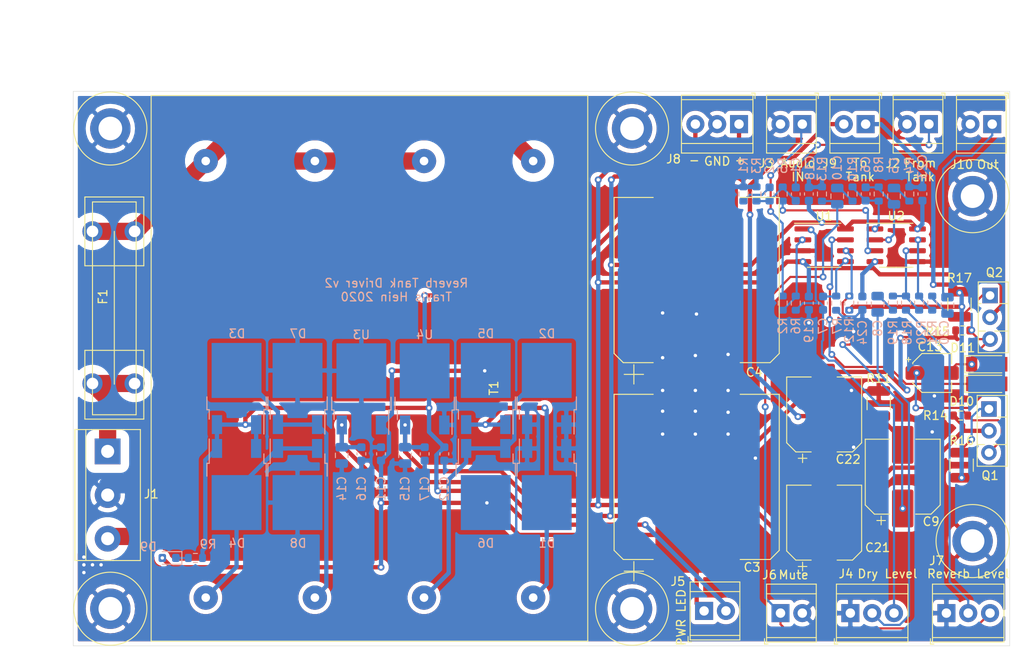
<source format=kicad_pcb>
(kicad_pcb (version 20171130) (host pcbnew 5.1.8-1.fc32)
  (layers (0 F.Cu signal) (31 B.Cu signal) (34 B.Paste user hide) (35 F.Paste user hide) (36 B.SilkS user) (37 F.SilkS user) (38 B.Mask user) (39 F.Mask user) (44 Edge.Cuts user))
  (net 0 "")
  (net 1 "Net-(C1-Pad2)")
  (net 2 "Net-(C1-Pad1)")
  (net 3 "Net-(C2-Pad2)")
  (net 4 Earth)
  (net 5 "Net-(C11-Pad1)")
  (net 6 "Net-(C12-Pad2)")
  (net 7 "Net-(C5-Pad2)")
  (net 8 "Net-(C5-Pad1)")
  (net 9 "Net-(C6-Pad2)")
  (net 10 "Net-(C7-Pad2)")
  (net 11 "Net-(C7-Pad1)")
  (net 12 "Net-(C8-Pad2)")
  (net 13 "Net-(C8-Pad1)")
  (net 14 "Net-(C9-Pad2)")
  (net 15 "Net-(C9-Pad1)")
  (net 16 "Net-(C10-Pad2)")
  (net 17 "Net-(C10-Pad1)")
  (net 18 "Net-(C13-Pad2)")
  (net 19 "Net-(C13-Pad1)")
  (net 20 /+15V)
  (net 21 /-15V)
  (net 22 "Net-(C20-Pad2)")
  (net 23 "Net-(C20-Pad1)")
  (net 24 "Net-(D1-Pad2)")
  (net 25 "Net-(D2-Pad2)")
  (net 26 "Net-(D3-Pad2)")
  (net 27 "Net-(D4-Pad2)")
  (net 28 "Net-(D9-Pad1)")
  (net 29 "Net-(D10-Pad1)")
  (net 30 "Net-(F1-Pad1)")
  (net 31 "Net-(J7-Pad2)")
  (net 32 "Net-(J9-Pad1)")
  (net 33 "Net-(R2-Pad1)")
  (net 34 "Net-(R5-Pad1)")
  (net 35 "Net-(R18-Pad1)")
  (net 36 "Net-(R20-Pad1)")
  (net 37 "Net-(J3-Pad1)")
  (net 38 /Sheet5FCCC7F5/AC_L)
  (net 39 /Sheet5FCCC7F5/AC_N)
  (net 40 "Net-(Q1-Pad1)")
  (net 41 "Net-(Q2-Pad1)")
  (module Fuse_Holders_and_Fuses:Fuseholder5x20_horiz_open_lateral_Type-II (layer F.Cu) (at 25.1 74.2 270)
    (fp_text reference F1 (at 7.61 -1.21 90) (layer F.SilkS))
    (fp_text value 1A)
    (pad 1 thru_hole circle (at 0 0 270) (size 2.35 2.35) (drill 1.35) (layers *.Cu *.Mask) (net 30 "Net-(F1-Pad1)"))
    (pad 1 thru_hole circle (at 0 -4.9 270) (size 2.35 2.35) (drill 1.35) (layers *.Cu *.Mask) (net 30 "Net-(F1-Pad1)"))
    (pad 2 thru_hole circle (at 17.7 0 270) (size 2.35 2.35) (drill 1.35) (layers *.Cu *.Mask) (net 38 /Sheet5FCCC7F5/AC_L))
    (pad 2 thru_hole circle (at 17.7 -4.9 270) (size 2.35 2.35) (drill 1.35) (layers *.Cu *.Mask) (net 38 /Sheet5FCCC7F5/AC_L))
  )
  (module Transformer_THT:Transformer_Hammond_229B34 (layer F.Cu) (at 38.2778 66.0146 270)
    (fp_text reference T1 (at 26.416 -33.528 90) (layer F.SilkS))
    (fp_text value Hammond_229B34)
    (pad 8 thru_hole circle (at 50.8 -25.4 270) (size 2.824 2.824) (drill 1) (layers *.Cu *.Mask) (net 25 "Net-(D2-Pad2)"))
    (pad 7 thru_hole circle (at 50.8 -38.1 270) (size 2.824 2.824) (drill 1) (layers *.Cu *.Mask) (net 24 "Net-(D1-Pad2)"))
    (pad 6 thru_hole circle (at 50.8 -12.7 270) (size 2.824 2.824) (drill 1) (layers *.Cu *.Mask) (net 26 "Net-(D3-Pad2)"))
    (pad 5 thru_hole circle (at 50.8 0 270) (size 2.824 2.824) (drill 1) (layers *.Cu *.Mask) (net 27 "Net-(D4-Pad2)"))
    (pad 4 thru_hole circle (at 0 -25.4 270) (size 2.824 2.824) (drill 1) (layers *.Cu *.Mask) (net 39 /Sheet5FCCC7F5/AC_N))
    (pad 3 thru_hole circle (at 0 -38.1 270) (size 2.824 2.824) (drill 1) (layers *.Cu *.Mask) (net 30 "Net-(F1-Pad1)"))
    (pad 2 thru_hole circle (at 0 -12.7 270) (size 2.824 2.824) (drill 1) (layers *.Cu *.Mask) (net 39 /Sheet5FCCC7F5/AC_N))
    (pad 1 thru_hole circle (at 0 0 270) (size 2.824 2.824) (drill 1) (layers *.Cu *.Mask) (net 30 "Net-(F1-Pad1)"))
  )
  (module Capacitor_SMD:CP_Elec_18x22 (layer F.Cu) (at 95.404 102.77 90)
    (fp_text reference C3 (at -10.514 6.45 180) (layer F.SilkS))
    (fp_text value 3000uF)
    (pad 2 smd roundrect (at 6.75 0 90) (size 8.8 9.6) (layers F.Cu F.Paste F.Mask) (roundrect_rratio 0.028409) (net 4 Earth))
    (pad 1 smd roundrect (at -6.75 0 90) (size 8.8 9.6) (layers F.Cu F.Paste F.Mask) (roundrect_rratio 0.028409) (net 5 "Net-(C11-Pad1)"))
  )
  (module Package_TO_SOT_SMD:TO-252-2 (layer B.Cu) (at 63.754 92.524 90)
    (fp_text reference U4 (at 6.291 0 180) (layer B.SilkS) (effects (justify mirror)))
    (fp_text value L7915)
    (pad 2 smd rect (at 2.1 0 90) (size 6.4 5.8) (layers B.Cu B.Mask) (net 6 "Net-(C12-Pad2)"))
    (pad 3 smd rect (at -4.2 -2.28 90) (size 2.2 1.2) (layers B.Cu B.Paste B.Mask) (net 21 /-15V))
    (pad 1 smd rect (at -4.2 2.28 90) (size 2.2 1.2) (layers B.Cu B.Paste B.Mask) (net 4 Earth))
  )
  (module Package_TO_SOT_SMD:TO-252-2 (layer B.Cu) (at 56.388 92.524 90)
    (fp_text reference U3 (at 6.291 0 180) (layer B.SilkS) (effects (justify mirror)))
    (fp_text value L7815)
    (pad 2 smd rect (at 2.1 0 90) (size 6.4 5.8) (layers B.Cu B.Mask) (net 4 Earth))
    (pad 3 smd rect (at -4.2 -2.28 90) (size 2.2 1.2) (layers B.Cu B.Paste B.Mask) (net 20 /+15V))
    (pad 1 smd rect (at -4.2 2.28 90) (size 2.2 1.2) (layers B.Cu B.Paste B.Mask) (net 5 "Net-(C11-Pad1)"))
  )
  (module Resistor_SMD:R_0603_1608Metric (layer B.Cu) (at 37.075 112.2)
    (fp_text reference R9 (at 1.475 -1.6) (layer B.SilkS) (effects (justify mirror)))
    (fp_text value 10K)
    (pad 2 smd roundrect (at 0.825 0) (size 0.8 0.95) (layers B.Cu B.Paste B.Mask) (net 6 "Net-(C12-Pad2)"))
    (pad 1 smd roundrect (at -0.825 0) (size 0.8 0.95) (layers B.Cu B.Paste B.Mask) (net 28 "Net-(D9-Pad1)"))
  )
  (module Connector_Terminal_Block:TerminalBlock_1x03_P2.54mm_Horizontal (layer F.Cu) (at 100.33 61.722 180)
    (fp_text reference J8 (at 7.62 -4.064) (layer F.SilkS))
    (fp_text value Power)
    (pad 1 thru_hole rect (at 0 0 180) (size 2.1 2.1) (drill 1.1) (layers *.Cu *.Mask) (net 20 /+15V))
    (pad 2 thru_hole circle (at 2.54 0 180) (size 2.1 2.1) (drill 1.1) (layers *.Cu *.Mask) (net 4 Earth))
    (pad 3 thru_hole circle (at 5.08 0 180) (size 2.1 2.1) (drill 1.1) (layers *.Cu *.Mask) (net 21 /-15V))
  )
  (module Connector_Terminal_Block:TerminalBlock_1x02_P2.54mm_Horizontal (layer F.Cu) (at 96.266 118.364)
    (fp_text reference J5 (at -3.048 -3.429) (layer F.SilkS))
    (fp_text value "power led")
    (pad 2 thru_hole circle (at 2.54 0) (size 2.1 2.1) (drill 1.1) (layers *.Cu *.Mask) (net 6 "Net-(C12-Pad2)"))
    (pad 1 thru_hole rect (at 0 0) (size 2.1 2.1) (drill 1.1) (layers *.Cu *.Mask) (net 5 "Net-(C11-Pad1)"))
  )
  (module Connector_Terminal_Block:TerminalBlock-3_P5.08mm (layer F.Cu) (at 26.864 99.8 270)
    (fp_text reference J1 (at 4.964 -5.08 180) (layer F.SilkS))
    (fp_text value "AC IN")
    (pad 3 thru_hole circle (at 10.16 0 270) (size 3 3) (drill 1.52) (layers *.Cu *.Mask) (net 39 /Sheet5FCCC7F5/AC_N))
    (pad 1 thru_hole rect (at 0 0 270) (size 3 3) (drill 1.52) (layers *.Cu *.Mask) (net 38 /Sheet5FCCC7F5/AC_L))
    (pad 2 thru_hole circle (at 5.08 0 270) (size 3 3) (drill 1.52) (layers *.Cu *.Mask) (net 4 Earth))
  )
  (module Diode_SMD:D_0603_1608Metric (layer B.Cu) (at 34.0125 112.2 180)
    (fp_text reference D9 (at 2.4125 1.3) (layer B.SilkS) (effects (justify mirror)))
    (fp_text value LED)
    (pad 2 smd roundrect (at 0.7875 0 180) (size 0.875 0.95) (layers B.Cu B.Paste B.Mask) (net 5 "Net-(C11-Pad1)"))
    (pad 1 smd roundrect (at -0.7875 0 180) (size 0.875 0.95) (layers B.Cu B.Paste B.Mask) (net 28 "Net-(D9-Pad1)"))
  )
  (module Package_TO_SOT_SMD:TO-252-2 (layer B.Cu) (at 48.958 103.659 270)
    (fp_text reference D8 (at 6.831 -0.064 180) (layer B.SilkS) (effects (justify mirror)))
    (fp_text value MBRD6100CTTR)
    (pad 2 smd rect (at 2.1 0 270) (size 6.4 5.8) (layers B.Cu B.Mask) (net 4 Earth))
    (pad 3 smd rect (at -4.2 -2.28 270) (size 2.2 1.2) (layers B.Cu B.Paste B.Mask) (net 27 "Net-(D4-Pad2)"))
    (pad 1 smd rect (at -4.2 2.28 270) (size 2.2 1.2) (layers B.Cu B.Paste B.Mask) (net 27 "Net-(D4-Pad2)"))
  )
  (module Package_TO_SOT_SMD:TO-252-2 (layer B.Cu) (at 48.958 92.483 90)
    (fp_text reference D7 (at 6.377 0.064) (layer B.SilkS) (effects (justify mirror)))
    (fp_text value MBRD6100CTTR)
    (pad 2 smd rect (at 2.1 0 90) (size 6.4 5.8) (layers B.Cu B.Mask) (net 4 Earth))
    (pad 3 smd rect (at -4.2 -2.28 90) (size 2.2 1.2) (layers B.Cu B.Paste B.Mask) (net 26 "Net-(D3-Pad2)"))
    (pad 1 smd rect (at -4.2 2.28 90) (size 2.2 1.2) (layers B.Cu B.Paste B.Mask) (net 26 "Net-(D3-Pad2)"))
  )
  (module Package_TO_SOT_SMD:TO-252-2 (layer B.Cu) (at 70.858 103.659 270)
    (fp_text reference D6 (at 6.831 -0.008 180) (layer B.SilkS) (effects (justify mirror)))
    (fp_text value MBRD6100CTTR)
    (pad 2 smd rect (at 2.1 0 270) (size 6.4 5.8) (layers B.Cu B.Mask) (net 5 "Net-(C11-Pad1)"))
    (pad 3 smd rect (at -4.2 -2.28 270) (size 2.2 1.2) (layers B.Cu B.Paste B.Mask) (net 25 "Net-(D2-Pad2)"))
    (pad 1 smd rect (at -4.2 2.28 270) (size 2.2 1.2) (layers B.Cu B.Paste B.Mask) (net 25 "Net-(D2-Pad2)"))
  )
  (module Package_TO_SOT_SMD:TO-252-2 (layer B.Cu) (at 70.858 92.483 90)
    (fp_text reference D5 (at 6.377 0.008 180) (layer B.SilkS) (effects (justify mirror)))
    (fp_text value MBRD6100CTTR)
    (pad 2 smd rect (at 2.1 0 90) (size 6.4 5.8) (layers B.Cu B.Mask) (net 5 "Net-(C11-Pad1)"))
    (pad 3 smd rect (at -4.2 -2.28 90) (size 2.2 1.2) (layers B.Cu B.Paste B.Mask) (net 24 "Net-(D1-Pad2)"))
    (pad 1 smd rect (at -4.2 2.28 90) (size 2.2 1.2) (layers B.Cu B.Paste B.Mask) (net 24 "Net-(D1-Pad2)"))
  )
  (module Package_TO_SOT_SMD:TO-252-2 (layer B.Cu) (at 41.864 103.659 270)
    (fp_text reference D4 (at 6.831 -0.046 180) (layer B.SilkS) (effects (justify mirror)))
    (fp_text value MBRD6100CTTR)
    (pad 2 smd rect (at 2.1 0 270) (size 6.4 5.8) (layers B.Cu B.Mask) (net 27 "Net-(D4-Pad2)"))
    (pad 3 smd rect (at -4.2 -2.28 270) (size 2.2 1.2) (layers B.Cu B.Paste B.Mask) (net 6 "Net-(C12-Pad2)"))
    (pad 1 smd rect (at -4.2 2.28 270) (size 2.2 1.2) (layers B.Cu B.Paste B.Mask) (net 6 "Net-(C12-Pad2)"))
  )
  (module Package_TO_SOT_SMD:TO-252-2 (layer B.Cu) (at 41.864 92.483 90)
    (fp_text reference D3 (at 6.377 0.046) (layer B.SilkS) (effects (justify mirror)))
    (fp_text value MBRD6100CTTR)
    (pad 2 smd rect (at 2.1 0 90) (size 6.4 5.8) (layers B.Cu B.Mask) (net 26 "Net-(D3-Pad2)"))
    (pad 3 smd rect (at -4.2 -2.28 90) (size 2.2 1.2) (layers B.Cu B.Paste B.Mask) (net 6 "Net-(C12-Pad2)"))
    (pad 1 smd rect (at -4.2 2.28 90) (size 2.2 1.2) (layers B.Cu B.Paste B.Mask) (net 6 "Net-(C12-Pad2)"))
  )
  (module Package_TO_SOT_SMD:TO-252-2 (layer B.Cu) (at 77.9534 92.483 90)
    (fp_text reference D2 (at 6.377 0.0246 180) (layer B.SilkS) (effects (justify mirror)))
    (fp_text value MBRD6100CTTR)
    (pad 2 smd rect (at 2.1 0 90) (size 6.4 5.8) (layers B.Cu B.Mask) (net 25 "Net-(D2-Pad2)"))
    (pad 3 smd rect (at -4.2 -2.28 90) (size 2.2 1.2) (layers B.Cu B.Paste B.Mask) (net 4 Earth))
    (pad 1 smd rect (at -4.2 2.28 90) (size 2.2 1.2) (layers B.Cu B.Paste B.Mask) (net 4 Earth))
  )
  (module Package_TO_SOT_SMD:TO-252-2 (layer B.Cu) (at 77.9534 103.659 270)
    (fp_text reference D1 (at 6.831 -0.0246 180) (layer B.SilkS) (effects (justify mirror)))
    (fp_text value MBRD6100CTTR)
    (pad 2 smd rect (at 2.1 0 270) (size 6.4 5.8) (layers B.Cu B.Mask) (net 24 "Net-(D1-Pad2)"))
    (pad 3 smd rect (at -4.2 -2.28 270) (size 2.2 1.2) (layers B.Cu B.Paste B.Mask) (net 4 Earth))
    (pad 1 smd rect (at -4.2 2.28 270) (size 2.2 1.2) (layers B.Cu B.Paste B.Mask) (net 4 Earth))
  )
  (module Capacitor_SMD:C_0603_1608Metric (layer B.Cu) (at 114.681 82.55 90)
    (fp_text reference C24 (at -3.429 0 90) (layer B.SilkS) (effects (justify mirror)))
    (fp_text value 0.1uF)
    (pad 2 smd roundrect (at 0.775 0 90) (size 0.9 0.95) (layers B.Cu B.Paste B.Mask) (net 21 /-15V))
    (pad 1 smd roundrect (at -0.775 0 90) (size 0.9 0.95) (layers B.Cu B.Paste B.Mask) (net 4 Earth))
  )
  (module Capacitor_SMD:C_0603_1608Metric (layer B.Cu) (at 121.666 69.85 90)
    (fp_text reference C23 (at 3.175 0 90) (layer B.SilkS) (effects (justify mirror)))
    (fp_text value 0.1uF)
    (pad 2 smd roundrect (at 0.775 0 90) (size 0.9 0.95) (layers B.Cu B.Paste B.Mask) (net 4 Earth))
    (pad 1 smd roundrect (at -0.775 0 90) (size 0.9 0.95) (layers B.Cu B.Paste B.Mask) (net 20 /+15V))
  )
  (module Capacitor_SMD:CP_Elec_8x10.5 (layer F.Cu) (at 110.236 95.504 90)
    (fp_text reference C22 (at -5.224 2.794 180) (layer F.SilkS))
    (fp_text value 100uF)
    (pad 2 smd roundrect (at 3.7 0 90) (size 4.4 2.5) (layers F.Cu F.Paste F.Mask) (roundrect_rratio 0.1) (net 21 /-15V))
    (pad 1 smd roundrect (at -3.7 0 90) (size 4.4 2.5) (layers F.Cu F.Paste F.Mask) (roundrect_rratio 0.1) (net 4 Earth))
  )
  (module Capacitor_SMD:CP_Elec_8x10.5 (layer F.Cu) (at 110.236 108.094 90)
    (fp_text reference C21 (at -2.904 6.223 180) (layer F.SilkS))
    (fp_text value 100uF)
    (pad 2 smd roundrect (at 3.7 0 90) (size 4.4 2.5) (layers F.Cu F.Paste F.Mask) (roundrect_rratio 0.1) (net 4 Earth))
    (pad 1 smd roundrect (at -3.7 0 90) (size 4.4 2.5) (layers F.Cu F.Paste F.Mask) (roundrect_rratio 0.1) (net 20 /+15V))
  )
  (module Capacitor_SMD:C_0603_1608Metric (layer B.Cu) (at 108.458 82.55 90)
    (fp_text reference C19 (at -3.175 0 90) (layer B.SilkS) (effects (justify mirror)))
    (fp_text value 0.1uF)
    (pad 2 smd roundrect (at 0.775 0 90) (size 0.9 0.95) (layers B.Cu B.Paste B.Mask) (net 21 /-15V))
    (pad 1 smd roundrect (at -0.775 0 90) (size 0.9 0.95) (layers B.Cu B.Paste B.Mask) (net 4 Earth))
  )
  (module Capacitor_SMD:C_0603_1608Metric (layer B.Cu) (at 108.458 69.85 90)
    (fp_text reference C18 (at 3.061 0.127 90) (layer B.SilkS) (effects (justify mirror)))
    (fp_text value 0.1uF)
    (pad 2 smd roundrect (at 0.775 0 90) (size 0.9 0.95) (layers B.Cu B.Paste B.Mask) (net 4 Earth))
    (pad 1 smd roundrect (at -0.775 0 90) (size 0.9 0.95) (layers B.Cu B.Paste B.Mask) (net 20 /+15V))
  )
  (module Capacitor_SMD:C_0603_1608Metric (layer B.Cu) (at 63.754 100.089 90)
    (fp_text reference C17 (at -4.051 0 90) (layer B.SilkS) (effects (justify mirror)))
    (fp_text value 0.1uF)
    (pad 2 smd roundrect (at 0.775 0 90) (size 0.9 0.95) (layers B.Cu B.Paste B.Mask) (net 21 /-15V))
    (pad 1 smd roundrect (at -0.775 0 90) (size 0.9 0.95) (layers B.Cu B.Paste B.Mask) (net 4 Earth))
  )
  (module Capacitor_SMD:C_0603_1608Metric (layer B.Cu) (at 56.388 100.089 270)
    (fp_text reference C16 (at 4.051 0 90) (layer B.SilkS) (effects (justify mirror)))
    (fp_text value 0.1uF)
    (pad 2 smd roundrect (at 0.775 0 270) (size 0.9 0.95) (layers B.Cu B.Paste B.Mask) (net 4 Earth))
    (pad 1 smd roundrect (at -0.775 0 270) (size 0.9 0.95) (layers B.Cu B.Paste B.Mask) (net 20 /+15V))
  )
  (module Capacitor_SMD:C_0805_2012Metric (layer B.Cu) (at 61.468 100.264 90)
    (fp_text reference C15 (at -3.876 0 90) (layer B.SilkS) (effects (justify mirror)))
    (fp_text value 10uF)
    (pad 2 smd roundrect (at 0.95 0 90) (size 1 1.45) (layers B.Cu B.Paste B.Mask) (net 21 /-15V))
    (pad 1 smd roundrect (at -0.95 0 90) (size 1 1.45) (layers B.Cu B.Paste B.Mask) (net 4 Earth))
  )
  (module Capacitor_SMD:C_0805_2012Metric (layer B.Cu) (at 54.102 100.264 270)
    (fp_text reference C14 (at 3.876 0 270) (layer B.SilkS) (effects (justify mirror)))
    (fp_text value 10uF)
    (pad 2 smd roundrect (at 0.95 0 270) (size 1 1.45) (layers B.Cu B.Paste B.Mask) (net 4 Earth))
    (pad 1 smd roundrect (at -0.95 0 270) (size 1 1.45) (layers B.Cu B.Paste B.Mask) (net 20 /+15V))
  )
  (module Capacitor_SMD:C_0603_1608Metric (layer B.Cu) (at 66.04 100.089 90)
    (fp_text reference C12 (at -4.051 0 90) (layer B.SilkS) (effects (justify mirror)))
    (fp_text value 0.1uF)
    (pad 2 smd roundrect (at 0.775 0 90) (size 0.9 0.95) (layers B.Cu B.Paste B.Mask) (net 6 "Net-(C12-Pad2)"))
    (pad 1 smd roundrect (at -0.775 0 90) (size 0.9 0.95) (layers B.Cu B.Paste B.Mask) (net 4 Earth))
  )
  (module Capacitor_SMD:C_0603_1608Metric (layer B.Cu) (at 58.674 100.089 90)
    (fp_text reference C11 (at -4.051 0 90) (layer B.SilkS) (effects (justify mirror)))
    (fp_text value 0.1uF)
    (pad 2 smd roundrect (at 0.775 0 90) (size 0.9 0.95) (layers B.Cu B.Paste B.Mask) (net 4 Earth))
    (pad 1 smd roundrect (at -0.775 0 90) (size 0.9 0.95) (layers B.Cu B.Paste B.Mask) (net 5 "Net-(C11-Pad1)"))
  )
  (module Capacitor_SMD:CP_Elec_18x22 (layer F.Cu) (at 95.404 79.864 90)
    (fp_text reference C4 (at -10.73 6.704 180) (layer F.SilkS))
    (fp_text value 3000uF)
    (pad 2 smd roundrect (at 6.75 0 90) (size 8.8 9.6) (layers F.Cu F.Paste F.Mask) (roundrect_rratio 0.028409) (net 6 "Net-(C12-Pad2)"))
    (pad 1 smd roundrect (at -6.75 0 90) (size 8.8 9.6) (layers F.Cu F.Paste F.Mask) (roundrect_rratio 0.028409) (net 4 Earth))
  )
  (module Resistor_SMD:R_0603_1608Metric (layer B.Cu) (at 119.761 82.55 270)
    (fp_text reference R18 (at 3.429 -0.127 90) (layer B.SilkS) (effects (justify mirror)))
    (fp_text value 10K)
    (pad 2 smd roundrect (at 0.825 0 270) (size 0.8 0.95) (layers B.Cu B.Paste B.Mask) (net 31 "Net-(J7-Pad2)"))
    (pad 1 smd roundrect (at -0.825 0 270) (size 0.8 0.95) (layers B.Cu B.Paste B.Mask) (net 35 "Net-(R18-Pad1)"))
  )
  (module Package_SO:SOIC-8_3.9x4.9mm_P1.27mm (layer F.Cu) (at 118.618 75.819)
    (fp_text reference U2 (at 0 -3.4 180) (layer F.SilkS))
    (fp_text value OPA2134)
    (pad 8 smd roundrect (at 2.475 -1.905) (size 1.95 0.6) (layers F.Cu F.Paste F.Mask) (net 20 /+15V))
    (pad 7 smd roundrect (at 2.475 -0.635) (size 1.95 0.6) (layers F.Cu F.Paste F.Mask) (net 36 "Net-(R20-Pad1)"))
    (pad 6 smd roundrect (at 2.475 0.635) (size 1.95 0.6) (layers F.Cu F.Paste F.Mask) (net 35 "Net-(R18-Pad1)"))
    (pad 5 smd roundrect (at 2.475 1.905) (size 1.95 0.6) (layers F.Cu F.Paste F.Mask) (net 4 Earth))
    (pad 4 smd roundrect (at -2.475 1.905) (size 1.95 0.6) (layers F.Cu F.Paste F.Mask) (net 21 /-15V))
    (pad 3 smd roundrect (at -2.475 0.635) (size 1.95 0.6) (layers F.Cu F.Paste F.Mask) (net 34 "Net-(R5-Pad1)"))
    (pad 2 smd roundrect (at -2.475 -0.635) (size 1.95 0.6) (layers F.Cu F.Paste F.Mask) (net 8 "Net-(C5-Pad1)"))
    (pad 1 smd roundrect (at -2.475 -1.905) (size 1.95 0.6) (layers F.Cu F.Paste F.Mask) (net 9 "Net-(C6-Pad2)"))
  )
  (module Package_SO:SOIC-8_3.9x4.9mm_P1.27mm (layer F.Cu) (at 110.236 75.819)
    (fp_text reference U1 (at 0 -3.4 180) (layer F.SilkS))
    (fp_text value OPA2134)
    (pad 8 smd roundrect (at 2.475 -1.905) (size 1.95 0.6) (layers F.Cu F.Paste F.Mask) (net 20 /+15V))
    (pad 7 smd roundrect (at 2.475 -0.635) (size 1.95 0.6) (layers F.Cu F.Paste F.Mask) (net 29 "Net-(D10-Pad1)"))
    (pad 6 smd roundrect (at 2.475 0.635) (size 1.95 0.6) (layers F.Cu F.Paste F.Mask) (net 15 "Net-(C9-Pad1)"))
    (pad 5 smd roundrect (at 2.475 1.905) (size 1.95 0.6) (layers F.Cu F.Paste F.Mask) (net 11 "Net-(C7-Pad1)"))
    (pad 4 smd roundrect (at -2.475 1.905) (size 1.95 0.6) (layers F.Cu F.Paste F.Mask) (net 21 /-15V))
    (pad 3 smd roundrect (at -2.475 0.635) (size 1.95 0.6) (layers F.Cu F.Paste F.Mask) (net 4 Earth))
    (pad 2 smd roundrect (at -2.475 -0.635) (size 1.95 0.6) (layers F.Cu F.Paste F.Mask) (net 33 "Net-(R2-Pad1)"))
    (pad 1 smd roundrect (at -2.475 -1.905) (size 1.95 0.6) (layers F.Cu F.Paste F.Mask) (net 10 "Net-(C7-Pad2)"))
  )
  (module Resistor_SMD:R_0603_1608Metric (layer B.Cu) (at 122.809 82.55 270)
    (fp_text reference R21 (at 3.429 0 90) (layer B.SilkS) (effects (justify mirror)))
    (fp_text value 100)
    (pad 2 smd roundrect (at 0.825 0 270) (size 0.8 0.95) (layers B.Cu B.Paste B.Mask) (net 36 "Net-(R20-Pad1)"))
    (pad 1 smd roundrect (at -0.825 0 270) (size 0.8 0.95) (layers B.Cu B.Paste B.Mask) (net 22 "Net-(C20-Pad2)"))
  )
  (module Resistor_SMD:R_0603_1608Metric (layer B.Cu) (at 121.285 82.55 270)
    (fp_text reference R20 (at 3.429 -0.254 90) (layer B.SilkS) (effects (justify mirror)))
    (fp_text value 10K)
    (pad 2 smd roundrect (at 0.825 0 270) (size 0.8 0.95) (layers B.Cu B.Paste B.Mask) (net 35 "Net-(R18-Pad1)"))
    (pad 1 smd roundrect (at -0.825 0 270) (size 0.8 0.95) (layers B.Cu B.Paste B.Mask) (net 36 "Net-(R20-Pad1)"))
  )
  (module Resistor_SMD:R_0603_1608Metric (layer B.Cu) (at 118.237 82.55 270)
    (fp_text reference R19 (at 3.429 0 90) (layer B.SilkS) (effects (justify mirror)))
    (fp_text value 10K)
    (pad 2 smd roundrect (at 0.825 0 270) (size 0.8 0.95) (layers B.Cu B.Paste B.Mask) (net 13 "Net-(C8-Pad1)"))
    (pad 1 smd roundrect (at -0.825 0 270) (size 0.8 0.95) (layers B.Cu B.Paste B.Mask) (net 35 "Net-(R18-Pad1)"))
  )
  (module Resistor_SMD:R_1210_3225Metric (layer F.Cu) (at 125.984 82.677 270)
    (fp_text reference R17 (at -3.048 0 180) (layer F.SilkS))
    (fp_text value 10)
    (pad 2 smd roundrect (at 1.4625 0 270) (size 1.125 2.65) (layers F.Cu F.Paste F.Mask) (roundrect_rratio 0.222222) (net 41 "Net-(Q2-Pad1)"))
    (pad 1 smd roundrect (at -1.4625 0 270) (size 1.125 2.65) (layers F.Cu F.Paste F.Mask) (roundrect_rratio 0.222222) (net 32 "Net-(J9-Pad1)"))
  )
  (module Resistor_SMD:R_1210_3225Metric (layer F.Cu) (at 126.238 101.4075 270)
    (fp_text reference R16 (at -2.8555 0 180) (layer F.SilkS))
    (fp_text value 10)
    (pad 2 smd roundrect (at 1.4625 0 270) (size 1.125 2.65) (layers F.Cu F.Paste F.Mask) (roundrect_rratio 0.222222) (net 32 "Net-(J9-Pad1)"))
    (pad 1 smd roundrect (at -1.4625 0 270) (size 1.125 2.65) (layers F.Cu F.Paste F.Mask) (roundrect_rratio 0.222222) (net 40 "Net-(Q1-Pad1)"))
  )
  (module Resistor_SMD:R_0603_1608Metric (layer F.Cu) (at 126.365 85.725 180)
    (fp_text reference R15 (at 2.921 -0.127 180) (layer F.SilkS))
    (fp_text value 3.9K)
    (pad 2 smd roundrect (at 0.825 0 180) (size 0.8 0.95) (layers F.Cu F.Paste F.Mask) (net 21 /-15V))
    (pad 1 smd roundrect (at -0.825 0 180) (size 0.8 0.95) (layers F.Cu F.Paste F.Mask) (net 18 "Net-(C13-Pad2)"))
  )
  (module Resistor_SMD:R_0603_1608Metric (layer F.Cu) (at 126.111 95.631)
    (fp_text reference R14 (at -2.921 0) (layer F.SilkS))
    (fp_text value 3.9K)
    (pad 2 smd roundrect (at 0.825 0) (size 0.8 0.95) (layers F.Cu F.Paste F.Mask) (net 19 "Net-(C13-Pad1)"))
    (pad 1 smd roundrect (at -0.825 0) (size 0.8 0.95) (layers F.Cu F.Paste F.Mask) (net 20 /+15V))
  )
  (module Resistor_SMD:R_0603_1608Metric (layer B.Cu) (at 109.982 69.85 90)
    (fp_text reference R13 (at 2.921 0 90) (layer B.SilkS) (effects (justify mirror)))
    (fp_text value 22K)
    (pad 2 smd roundrect (at 0.825 0 90) (size 0.8 0.95) (layers B.Cu B.Paste B.Mask) (net 4 Earth))
    (pad 1 smd roundrect (at -0.825 0 90) (size 0.8 0.95) (layers B.Cu B.Paste B.Mask) (net 17 "Net-(C10-Pad1)"))
  )
  (module Resistor_SMD:R_0603_1608Metric (layer B.Cu) (at 113.157 82.55 270)
    (fp_text reference R12 (at 3.175 0 90) (layer B.SilkS) (effects (justify mirror)))
    (fp_text value 150)
    (pad 2 smd roundrect (at 0.825 0 270) (size 0.8 0.95) (layers B.Cu B.Paste B.Mask) (net 32 "Net-(J9-Pad1)"))
    (pad 1 smd roundrect (at -0.825 0 270) (size 0.8 0.95) (layers B.Cu B.Paste B.Mask) (net 15 "Net-(C9-Pad1)"))
  )
  (module Resistor_SMD:R_1210_3225Metric (layer F.Cu) (at 116.586 94.234 90)
    (fp_text reference R11 (at 2.921 0 180) (layer F.SilkS))
    (fp_text value 33)
    (pad 2 smd roundrect (at 1.4625 0 90) (size 1.125 2.65) (layers F.Cu F.Paste F.Mask) (roundrect_rratio 0.222222) (net 4 Earth))
    (pad 1 smd roundrect (at -1.4625 0 90) (size 1.125 2.65) (layers F.Cu F.Paste F.Mask) (roundrect_rratio 0.222222) (net 14 "Net-(C9-Pad2)"))
  )
  (module Resistor_SMD:R_0603_1608Metric (layer B.Cu) (at 113.538 69.85 90)
    (fp_text reference R10 (at 2.921 0 90) (layer B.SilkS) (effects (justify mirror)))
    (fp_text value 560)
    (pad 2 smd roundrect (at 0.825 0 90) (size 0.8 0.95) (layers B.Cu B.Paste B.Mask) (net 9 "Net-(C6-Pad2)"))
    (pad 1 smd roundrect (at -0.825 0 90) (size 0.8 0.95) (layers B.Cu B.Paste B.Mask) (net 16 "Net-(C10-Pad2)"))
  )
  (module Resistor_SMD:R_0603_1608Metric (layer B.Cu) (at 116.586 69.85 90)
    (fp_text reference R8 (at 3.429 0 90) (layer B.SilkS) (effects (justify mirror)))
    (fp_text value 22K)
    (pad 2 smd roundrect (at 0.825 0 90) (size 0.8 0.95) (layers B.Cu B.Paste B.Mask) (net 8 "Net-(C5-Pad1)"))
    (pad 1 smd roundrect (at -0.825 0 90) (size 0.8 0.95) (layers B.Cu B.Paste B.Mask) (net 9 "Net-(C6-Pad2)"))
  )
  (module Resistor_SMD:R_0603_1608Metric (layer B.Cu) (at 111.633 82.55 270)
    (fp_text reference R7 (at 2.667 -0.127 90) (layer B.SilkS) (effects (justify mirror)))
    (fp_text value 22K)
    (pad 2 smd roundrect (at 0.825 0 270) (size 0.8 0.95) (layers B.Cu B.Paste B.Mask) (net 4 Earth))
    (pad 1 smd roundrect (at -0.825 0 270) (size 0.8 0.95) (layers B.Cu B.Paste B.Mask) (net 11 "Net-(C7-Pad1)"))
  )
  (module Resistor_SMD:R_0603_1608Metric (layer B.Cu) (at 106.934 82.55 90)
    (fp_text reference R6 (at -2.667 0 90) (layer B.SilkS) (effects (justify mirror)))
    (fp_text value 10K)
    (pad 2 smd roundrect (at 0.825 0 90) (size 0.8 0.95) (layers B.Cu B.Paste B.Mask) (net 33 "Net-(R2-Pad1)"))
    (pad 1 smd roundrect (at -0.825 0 90) (size 0.8 0.95) (layers B.Cu B.Paste B.Mask) (net 10 "Net-(C7-Pad2)"))
  )
  (module Resistor_SMD:R_0603_1608Metric (layer B.Cu) (at 105.41 69.85 90)
    (fp_text reference R5 (at 3.302 0 90) (layer B.SilkS) (effects (justify mirror)))
    (fp_text value 560)
    (pad 2 smd roundrect (at 0.825 0 90) (size 0.8 0.95) (layers B.Cu B.Paste B.Mask) (net 2 "Net-(C1-Pad1)"))
    (pad 1 smd roundrect (at -0.825 0 90) (size 0.8 0.95) (layers B.Cu B.Paste B.Mask) (net 34 "Net-(R5-Pad1)"))
  )
  (module Resistor_SMD:R_0603_1608Metric (layer B.Cu) (at 120.142 69.85 90)
    (fp_text reference R4 (at 3.302 0 90) (layer B.SilkS) (effects (justify mirror)))
    (fp_text value 220)
    (pad 2 smd roundrect (at 0.825 0 90) (size 0.8 0.95) (layers B.Cu B.Paste B.Mask) (net 4 Earth))
    (pad 1 smd roundrect (at -0.825 0 90) (size 0.8 0.95) (layers B.Cu B.Paste B.Mask) (net 7 "Net-(C5-Pad2)"))
  )
  (module Resistor_SMD:R_0603_1608Metric (layer B.Cu) (at 102.362 69.85 90)
    (fp_text reference R3 (at 3.302 0 90) (layer B.SilkS) (effects (justify mirror)))
    (fp_text value 220K)
    (pad 2 smd roundrect (at 0.825 0 90) (size 0.8 0.95) (layers B.Cu B.Paste B.Mask) (net 4 Earth))
    (pad 1 smd roundrect (at -0.825 0 90) (size 0.8 0.95) (layers B.Cu B.Paste B.Mask) (net 2 "Net-(C1-Pad1)"))
  )
  (module Resistor_SMD:R_0603_1608Metric (layer B.Cu) (at 105.41 82.55 90)
    (fp_text reference R2 (at -2.667 0 90) (layer B.SilkS) (effects (justify mirror)))
    (fp_text value 10K)
    (pad 2 smd roundrect (at 0.825 0 90) (size 0.8 0.95) (layers B.Cu B.Paste B.Mask) (net 37 "Net-(J3-Pad1)"))
    (pad 1 smd roundrect (at -0.825 0 90) (size 0.8 0.95) (layers B.Cu B.Paste B.Mask) (net 33 "Net-(R2-Pad1)"))
  )
  (module Resistor_SMD:R_0603_1608Metric (layer B.Cu) (at 100.838 69.85 90)
    (fp_text reference R1 (at 3.302 0 90) (layer B.SilkS) (effects (justify mirror)))
    (fp_text value 4.7K)
    (pad 2 smd roundrect (at 0.825 0 90) (size 0.8 0.95) (layers B.Cu B.Paste B.Mask) (net 4 Earth))
    (pad 1 smd roundrect (at -0.825 0 90) (size 0.8 0.95) (layers B.Cu B.Paste B.Mask) (net 3 "Net-(C2-Pad2)"))
  )
  (module Package_TO_SOT_THT:TO-126-3_Vertical (layer F.Cu) (at 129.54 81.661 270)
    (fp_text reference Q2 (at -2.667 -0.508 180) (layer F.SilkS))
    (fp_text value BD140)
    (pad 3 thru_hole oval (at 5.08 0 270) (size 1.8 1.8) (drill 1) (layers *.Cu *.Mask) (net 18 "Net-(C13-Pad2)"))
    (pad 2 thru_hole oval (at 2.54 0 270) (size 1.8 1.8) (drill 1) (layers *.Cu *.Mask) (net 21 /-15V))
    (pad 1 thru_hole rect (at 0 0 270) (size 1.8 1.8) (drill 1) (layers *.Cu *.Mask) (net 41 "Net-(Q2-Pad1)"))
  )
  (module Package_TO_SOT_THT:TO-126-3_Vertical (layer F.Cu) (at 129.413 94.869 270)
    (fp_text reference Q1 (at 7.747 -0.127 180) (layer F.SilkS))
    (fp_text value BD139)
    (pad 3 thru_hole oval (at 5.08 0 270) (size 1.8 1.8) (drill 1) (layers *.Cu *.Mask) (net 19 "Net-(C13-Pad1)"))
    (pad 2 thru_hole oval (at 2.54 0 270) (size 1.8 1.8) (drill 1) (layers *.Cu *.Mask) (net 20 /+15V))
    (pad 1 thru_hole rect (at 0 0 270) (size 1.8 1.8) (drill 1) (layers *.Cu *.Mask) (net 40 "Net-(Q1-Pad1)"))
  )
  (module Connector_Terminal_Block:TerminalBlock_1x02_P2.54mm_Horizontal (layer F.Cu) (at 129.794 61.722 180)
    (fp_text reference J10 (at 3.556 -4.699) (layer F.SilkS))
    (fp_text value "Audio Out")
    (pad 2 thru_hole circle (at 2.54 0 180) (size 2.1 2.1) (drill 1.1) (layers *.Cu *.Mask) (net 4 Earth))
    (pad 1 thru_hole rect (at 0 0 180) (size 2.1 2.1) (drill 1.1) (layers *.Cu *.Mask) (net 23 "Net-(C20-Pad1)"))
  )
  (module Connector_Terminal_Block:TerminalBlock_1x02_P2.54mm_Horizontal (layer F.Cu) (at 115.062 61.722 180)
    (fp_text reference J9 (at 4.191 -4.572) (layer F.SilkS))
    (fp_text value "To Tank")
    (pad 2 thru_hole circle (at 2.54 0 180) (size 2.1 2.1) (drill 1.1) (layers *.Cu *.Mask) (net 14 "Net-(C9-Pad2)"))
    (pad 1 thru_hole rect (at 0 0 180) (size 2.1 2.1) (drill 1.1) (layers *.Cu *.Mask) (net 32 "Net-(J9-Pad1)"))
  )
  (module Connector_Terminal_Block:TerminalBlock_1x03_P2.54mm_Horizontal (layer F.Cu) (at 124.46 118.618)
    (fp_text reference J7 (at -1.143 -6.096) (layer F.SilkS))
    (fp_text value "Reverb Level")
    (pad 1 thru_hole rect (at 0 0) (size 2.1 2.1) (drill 1.1) (layers *.Cu *.Mask) (net 4 Earth))
    (pad 2 thru_hole circle (at 2.54 0) (size 2.1 2.1) (drill 1.1) (layers *.Cu *.Mask) (net 31 "Net-(J7-Pad2)"))
    (pad 3 thru_hole circle (at 5.08 0) (size 2.1 2.1) (drill 1.1) (layers *.Cu *.Mask) (net 17 "Net-(C10-Pad1)"))
  )
  (module Connector_Terminal_Block:TerminalBlock_1x02_P2.54mm_Horizontal (layer F.Cu) (at 105.156 118.618)
    (fp_text reference J6 (at -1.27 -4.445) (layer F.SilkS))
    (fp_text value Mute)
    (pad 2 thru_hole circle (at 2.54 0) (size 2.1 2.1) (drill 1.1) (layers *.Cu *.Mask) (net 4 Earth))
    (pad 1 thru_hole rect (at 0 0) (size 2.1 2.1) (drill 1.1) (layers *.Cu *.Mask) (net 17 "Net-(C10-Pad1)"))
  )
  (module Connector_Terminal_Block:TerminalBlock_1x03_P2.54mm_Horizontal (layer F.Cu) (at 113.284 118.618)
    (fp_text reference J4 (at -0.508 -4.572) (layer F.SilkS))
    (fp_text value "Dry Level")
    (pad 1 thru_hole rect (at 0 0) (size 2.1 2.1) (drill 1.1) (layers *.Cu *.Mask) (net 4 Earth))
    (pad 2 thru_hole circle (at 2.54 0) (size 2.1 2.1) (drill 1.1) (layers *.Cu *.Mask) (net 12 "Net-(C8-Pad2)"))
    (pad 3 thru_hole circle (at 5.08 0) (size 2.1 2.1) (drill 1.1) (layers *.Cu *.Mask) (net 10 "Net-(C7-Pad2)"))
  )
  (module Connector_Terminal_Block:TerminalBlock_1x02_P2.54mm_Horizontal (layer F.Cu) (at 107.696 61.722 180)
    (fp_text reference J3 (at 4.191 -4.572) (layer F.SilkS))
    (fp_text value "Audio In")
    (pad 2 thru_hole circle (at 2.54 0 180) (size 2.1 2.1) (drill 1.1) (layers *.Cu *.Mask) (net 4 Earth))
    (pad 1 thru_hole rect (at 0 0 180) (size 2.1 2.1) (drill 1.1) (layers *.Cu *.Mask) (net 37 "Net-(J3-Pad1)"))
  )
  (module Connector_Terminal_Block:TerminalBlock_1x02_P2.54mm_Horizontal (layer F.Cu) (at 122.428 61.722 180)
    (fp_text reference J2 (at 4.191 -4.572) (layer F.SilkS))
    (fp_text value "From Tank")
    (pad 2 thru_hole circle (at 2.54 0 180) (size 2.1 2.1) (drill 1.1) (layers *.Cu *.Mask) (net 4 Earth))
    (pad 1 thru_hole rect (at 0 0 180) (size 2.1 2.1) (drill 1.1) (layers *.Cu *.Mask) (net 1 "Net-(C1-Pad2)"))
  )
  (module footprints:Mounting_Hole_Plated_M2.5 (layer F.Cu) (at 87.884 62.23 270)
    (fp_text reference H6 hide)
    (fp_text value hole hide)
    (pad 1 thru_hole circle (at 0 0 270) (size 4.7 4.7) (drill 2.75) (layers *.Cu *.Mask) (net 4 Earth))
  )
  (module footprints:Mounting_Hole_Plated_M2.5 (layer F.Cu) (at 27.178 118.11 270)
    (fp_text reference H5 hide)
    (fp_text value hole hide)
    (pad 1 thru_hole circle (at 0 0 270) (size 4.7 4.7) (drill 2.75) (layers *.Cu *.Mask) (net 4 Earth))
  )
  (module footprints:Mounting_Hole_Plated_M2.5 (layer F.Cu) (at 127.508 110.236)
    (fp_text reference H4 hide)
    (fp_text value hole hide)
    (pad 1 thru_hole circle (at 0 0) (size 4.7 4.7) (drill 2.75) (layers *.Cu *.Mask) (net 4 Earth))
  )
  (module footprints:Mounting_Hole_Plated_M2.5 (layer F.Cu) (at 127.508 70.104)
    (fp_text reference H3 hide)
    (fp_text value hole hide)
    (pad 1 thru_hole circle (at 0 0) (size 4.7 4.7) (drill 2.75) (layers *.Cu *.Mask) (net 4 Earth))
  )
  (module footprints:Mounting_Hole_Plated_M2.5 (layer F.Cu) (at 87.884 118.11 270)
    (fp_text reference H2 hide)
    (fp_text value hole hide)
    (pad 1 thru_hole circle (at 0 0 270) (size 4.7 4.7) (drill 2.75) (layers *.Cu *.Mask) (net 4 Earth))
  )
  (module footprints:Mounting_Hole_Plated_M2.5 (layer F.Cu) (at 27.178 62.23 270)
    (fp_text reference H1 hide)
    (fp_text value hole hide)
    (pad 1 thru_hole circle (at 0 0 270) (size 4.7 4.7) (drill 2.75) (layers *.Cu *.Mask) (net 4 Earth))
  )
  (module Diode_SMD:D_MiniMELF (layer F.Cu) (at 129.159 89.662)
    (fp_text reference D11 (at -2.794 -1.905 180) (layer F.SilkS))
    (fp_text value LL4148)
    (pad 2 smd rect (at 1.75 0) (size 1.3 1.7) (layers F.Cu F.Paste F.Mask) (net 29 "Net-(D10-Pad1)"))
    (pad 1 smd rect (at -1.75 0) (size 1.3 1.7) (layers F.Cu F.Paste F.Mask) (net 18 "Net-(C13-Pad2)"))
  )
  (module Diode_SMD:D_MiniMELF (layer F.Cu) (at 129.159 91.948)
    (fp_text reference D10 (at -2.921 2.032 180) (layer F.SilkS))
    (fp_text value LL4148)
    (pad 2 smd rect (at 1.75 0) (size 1.3 1.7) (layers F.Cu F.Paste F.Mask) (net 19 "Net-(C13-Pad1)"))
    (pad 1 smd rect (at -1.75 0) (size 1.3 1.7) (layers F.Cu F.Paste F.Mask) (net 29 "Net-(D10-Pad1)"))
  )
  (module Capacitor_SMD:C_0805_2012Metric (layer B.Cu) (at 124.587 82.804 270)
    (fp_text reference C20 (at 3.175 0.381 90) (layer B.SilkS) (effects (justify mirror)))
    (fp_text value 10uF)
    (pad 2 smd roundrect (at 0.95 0 270) (size 1 1.45) (layers B.Cu B.Paste B.Mask) (net 22 "Net-(C20-Pad2)"))
    (pad 1 smd roundrect (at -0.95 0 270) (size 1 1.45) (layers B.Cu B.Paste B.Mask) (net 23 "Net-(C20-Pad1)"))
  )
  (module Capacitor_SMD:CP_Elec_4x5.8 (layer F.Cu) (at 122.809 90.678)
    (fp_text reference C13 (at -0.254 -3.048) (layer F.SilkS))
    (fp_text value 10uF)
    (pad 2 smd roundrect (at 1.8 0) (size 2.6 1.6) (layers F.Cu F.Paste F.Mask) (roundrect_rratio 0.15625) (net 18 "Net-(C13-Pad2)"))
    (pad 1 smd roundrect (at -1.8 0) (size 2.6 1.6) (layers F.Cu F.Paste F.Mask) (roundrect_rratio 0.15625) (net 19 "Net-(C13-Pad1)"))
  )
  (module Capacitor_SMD:C_0805_2012Metric (layer B.Cu) (at 111.76 70.104 90)
    (fp_text reference C10 (at 3.302 0 90) (layer B.SilkS) (effects (justify mirror)))
    (fp_text value 10uF)
    (pad 2 smd roundrect (at 0.95 0 90) (size 1 1.45) (layers B.Cu B.Paste B.Mask) (net 16 "Net-(C10-Pad2)"))
    (pad 1 smd roundrect (at -0.95 0 90) (size 1 1.45) (layers B.Cu B.Paste B.Mask) (net 17 "Net-(C10-Pad1)"))
  )
  (module Capacitor_SMD:CP_Elec_8x10.5 (layer F.Cu) (at 119.38 102.743 90)
    (fp_text reference C9 (at -5.224 3.302 180) (layer F.SilkS))
    (fp_text value 100uF)
    (pad 2 smd roundrect (at 3.7 0 90) (size 4.4 2.5) (layers F.Cu F.Paste F.Mask) (roundrect_rratio 0.1) (net 14 "Net-(C9-Pad2)"))
    (pad 1 smd roundrect (at -3.7 0 90) (size 4.4 2.5) (layers F.Cu F.Paste F.Mask) (roundrect_rratio 0.1) (net 15 "Net-(C9-Pad1)"))
  )
  (module Capacitor_SMD:C_0805_2012Metric (layer B.Cu) (at 116.459 82.677 270)
    (fp_text reference C8 (at 2.794 0 90) (layer B.SilkS) (effects (justify mirror)))
    (fp_text value 10uF)
    (pad 2 smd roundrect (at 0.95 0 270) (size 1 1.45) (layers B.Cu B.Paste B.Mask) (net 12 "Net-(C8-Pad2)"))
    (pad 1 smd roundrect (at -0.95 0 270) (size 1 1.45) (layers B.Cu B.Paste B.Mask) (net 13 "Net-(C8-Pad1)"))
  )
  (module Capacitor_SMD:C_0603_1608Metric (layer B.Cu) (at 110.109 82.55 270)
    (fp_text reference C7 (at 2.667 0 90) (layer B.SilkS) (effects (justify mirror)))
    (fp_text value 100nF)
    (pad 2 smd roundrect (at 0.775 0 270) (size 0.9 0.95) (layers B.Cu B.Paste B.Mask) (net 10 "Net-(C7-Pad2)"))
    (pad 1 smd roundrect (at -0.775 0 270) (size 0.9 0.95) (layers B.Cu B.Paste B.Mask) (net 11 "Net-(C7-Pad1)"))
  )
  (module Capacitor_SMD:C_0603_1608Metric (layer B.Cu) (at 115.062 69.85 270)
    (fp_text reference C6 (at -3.429 0 90) (layer B.SilkS) (effects (justify mirror)))
    (fp_text value 470pF)
    (pad 2 smd roundrect (at 0.775 0 270) (size 0.9 0.95) (layers B.Cu B.Paste B.Mask) (net 9 "Net-(C6-Pad2)"))
    (pad 1 smd roundrect (at -0.775 0 270) (size 0.9 0.95) (layers B.Cu B.Paste B.Mask) (net 8 "Net-(C5-Pad1)"))
  )
  (module Capacitor_SMD:C_0805_2012Metric (layer B.Cu) (at 118.364 70.104 90)
    (fp_text reference C5 (at 3.556 0 90) (layer B.SilkS) (effects (justify mirror)))
    (fp_text value 10uF)
    (pad 2 smd roundrect (at 0.95 0 90) (size 1 1.45) (layers B.Cu B.Paste B.Mask) (net 7 "Net-(C5-Pad2)"))
    (pad 1 smd roundrect (at -0.95 0 90) (size 1 1.45) (layers B.Cu B.Paste B.Mask) (net 8 "Net-(C5-Pad1)"))
  )
  (module Capacitor_SMD:C_0603_1608Metric (layer B.Cu) (at 103.886 69.85 90)
    (fp_text reference C2 (at 3.302 0 90) (layer B.SilkS) (effects (justify mirror)))
    (fp_text value 10nF)
    (pad 2 smd roundrect (at 0.775 0 90) (size 0.9 0.95) (layers B.Cu B.Paste B.Mask) (net 3 "Net-(C2-Pad2)"))
    (pad 1 smd roundrect (at -0.775 0 90) (size 0.9 0.95) (layers B.Cu B.Paste B.Mask) (net 2 "Net-(C1-Pad1)"))
  )
  (module Capacitor_SMD:C_0603_1608Metric (layer B.Cu) (at 106.934 69.863 90)
    (fp_text reference C1 (at 3.315 0 90) (layer B.SilkS) (effects (justify mirror)))
    (fp_text value 100nF)
    (pad 2 smd roundrect (at 0.775 0 90) (size 0.9 0.95) (layers B.Cu B.Paste B.Mask) (net 1 "Net-(C1-Pad2)"))
    (pad 1 smd roundrect (at -0.775 0 90) (size 0.9 0.95) (layers B.Cu B.Paste B.Mask) (net 2 "Net-(C1-Pad1)"))
  )
  (gr_text Out (at 129.286 66.421) (layer F.SilkS) (effects (font (size 1 1))))
  (gr_text "From\nTank" (at 121.412 67.056) (layer F.SilkS) (effects (font (size 1 1))))
  (gr_text "To\nTank" (at 114.427 67.056) (layer F.SilkS) (effects (font (size 1 1))))
  (gr_text "Audio\nIN" (at 107.188 67.056) (layer F.SilkS) (effects (font (size 1 1))))
  (gr_text GND (at 97.79 66.04) (layer F.SilkS) (effects (font (size 1 1))))
  (gr_text + (at 100.457 65.913) (layer F.SilkS) (effects (font (size 1 1))))
  (gr_text - (at 95.123 65.913) (layer F.SilkS) (effects (font (size 1 1))))
  (gr_text "PWR LED" (at 93.599 119.126 90) (layer F.SilkS) (effects (font (size 1 1))))
  (gr_text Mute (at 106.68 114.173) (layer F.SilkS) (effects (font (size 1 1))))
  (gr_text "Dry Level" (at 117.602 114.046) (layer F.SilkS) (effects (font (size 1 1))))
  (gr_text "Reverb Level" (at 127 114.046) (layer F.SilkS) (effects (font (size 1 1))))
  (gr_text "Reverb Tank Driver v2\nTravis Hein 2020" (at 60.452 81.026) (layer B.SilkS) (effects (font (size 1 1)) (justify mirror)))
  (gr_line (start 131.826 57.912) (end 131.826 122.428) (layer Edge.Cuts) (width 0.05))
  (gr_line (start 22.86 57.912) (end 22.86 122.428) (layer Edge.Cuts) (width 0.05))
  (gr_line (start 22.86 122.428) (end 131.826 122.428) (layer Edge.Cuts) (width 0.05))
  (gr_line (start 22.86 57.912) (end 131.826 57.912) (layer Edge.Cuts) (width 0.05))
  (segment (start 118.11 85.09) (end 118.11 85.09) (width 0.25) (layer F.Cu) (net 0))
  (segment (start 115.062 85.09) (end 115.062 85.09) (width 0.25) (layer F.Cu) (net 0))
  (via (at 109.474 64.135) (size 0.8) (drill 0.4) (layers F.Cu B.Cu) (net 1))
  (segment (start 106.934 66.675) (end 109.474 64.135) (width 0.25) (layer B.Cu) (net 1))
  (segment (start 106.934 69.088) (end 106.934 66.675) (width 0.25) (layer B.Cu) (net 1))
  (via (at 122.428 64.135) (size 0.8) (drill 0.4) (layers F.Cu B.Cu) (net 1))
  (segment (start 109.474 64.135) (end 122.428 64.135) (width 0.25) (layer F.Cu) (net 1))
  (segment (start 122.428 64.135) (end 122.428 61.722) (width 0.25) (layer B.Cu) (net 1))
  (segment (start 103.836 70.675) (end 103.886 70.625) (width 0.25) (layer B.Cu) (net 2))
  (segment (start 102.362 70.675) (end 103.836 70.675) (width 0.25) (layer B.Cu) (net 2))
  (segment (start 105.41 69.101) (end 103.886 70.625) (width 0.25) (layer B.Cu) (net 2))
  (segment (start 105.41 69.025) (end 105.41 69.101) (width 0.25) (layer B.Cu) (net 2))
  (segment (start 105.41 69.114) (end 106.934 70.638) (width 0.25) (layer B.Cu) (net 2))
  (segment (start 105.41 69.025) (end 105.41 69.114) (width 0.25) (layer B.Cu) (net 2))
  (segment (start 103.886 69.075) (end 103.886 69.088) (width 0.25) (layer B.Cu) (net 3))
  (segment (start 101.56301 69.94999) (end 100.838 70.675) (width 0.25) (layer B.Cu) (net 3))
  (segment (start 103.02401 69.94999) (end 101.56301 69.94999) (width 0.25) (layer B.Cu) (net 3))
  (segment (start 103.886 69.088) (end 103.02401 69.94999) (width 0.25) (layer B.Cu) (net 3))
  (via (at 99.06 88.519) (size 0.8) (drill 0.4) (layers F.Cu B.Cu) (net 4))
  (via (at 95.25 88.646) (size 0.8) (drill 0.4) (layers F.Cu B.Cu) (net 4))
  (via (at 91.44 88.9) (size 0.8) (drill 0.4) (layers F.Cu B.Cu) (net 4))
  (via (at 95.377 83.82) (size 0.8) (drill 0.4) (layers F.Cu B.Cu) (net 4))
  (via (at 91.44 83.693) (size 0.8) (drill 0.4) (layers F.Cu B.Cu) (net 4))
  (via (at 99.06 97.79) (size 0.8) (drill 0.4) (layers F.Cu B.Cu) (net 4))
  (via (at 95.25 97.79) (size 0.8) (drill 0.4) (layers F.Cu B.Cu) (net 4))
  (via (at 91.44 97.79) (size 0.8) (drill 0.4) (layers F.Cu B.Cu) (net 4))
  (via (at 91.44 92.71) (size 0.8) (drill 0.4) (layers F.Cu B.Cu) (net 4))
  (via (at 95.25 92.71) (size 0.8) (drill 0.4) (layers F.Cu B.Cu) (net 4))
  (via (at 99.06 92.71) (size 0.8) (drill 0.4) (layers F.Cu B.Cu) (net 4))
  (via (at 99.06 95.25) (size 0.8) (drill 0.4) (layers F.Cu B.Cu) (net 4))
  (via (at 91.44 95.123) (size 0.8) (drill 0.4) (layers F.Cu B.Cu) (net 4))
  (via (at 95.25 95.123) (size 0.8) (drill 0.4) (layers F.Cu B.Cu) (net 4))
  (segment (start 113.90599 84.10001) (end 114.681 83.325) (width 0.25) (layer B.Cu) (net 4))
  (segment (start 111.633 83.375) (end 112.35801 84.10001) (width 0.25) (layer B.Cu) (net 4))
  (segment (start 99.06 95.25) (end 102.235 98.425) (width 0.25) (layer B.Cu) (net 4))
  (via (at 102.235 100.584) (size 0.8) (drill 0.4) (layers F.Cu B.Cu) (net 4))
  (segment (start 102.235 98.425) (end 102.235 100.584) (width 0.25) (layer B.Cu) (net 4))
  (segment (start 108.856 100.584) (end 110.236 99.204) (width 0.25) (layer F.Cu) (net 4))
  (segment (start 102.235 100.584) (end 108.856 100.584) (width 0.25) (layer F.Cu) (net 4))
  (via (at 123.063 93.345) (size 0.8) (drill 0.4) (layers F.Cu B.Cu) (net 4))
  (via (at 122.809 97.536) (size 0.8) (drill 0.4) (layers F.Cu B.Cu) (net 4))
  (via (at 113.411 92.71) (size 0.8) (drill 0.4) (layers F.Cu B.Cu) (net 4))
  (via (at 113.665 99.314) (size 0.8) (drill 0.4) (layers F.Cu B.Cu) (net 4))
  (via (at 24.1 113) (size 0.8) (drill 0.4) (layers F.Cu B.Cu) (net 4))
  (segment (start 113.4725 92.7715) (end 113.411 92.71) (width 0.25) (layer F.Cu) (net 4))
  (segment (start 116.586 92.7715) (end 113.4725 92.7715) (width 0.25) (layer F.Cu) (net 4))
  (segment (start 113.411 92.71) (end 108.458 87.757) (width 0.25) (layer B.Cu) (net 4))
  (via (at 108.458 84.836) (size 0.8) (drill 0.4) (layers F.Cu B.Cu) (net 4))
  (segment (start 108.458 87.757) (end 108.458 84.836) (width 0.25) (layer B.Cu) (net 4))
  (segment (start 108.458 84.836) (end 108.458 83.325) (width 0.25) (layer B.Cu) (net 4))
  (segment (start 109.474 85.852) (end 113.665 85.852) (width 0.25) (layer F.Cu) (net 4))
  (via (at 113.665 85.852) (size 0.8) (drill 0.4) (layers F.Cu B.Cu) (net 4))
  (segment (start 108.458 84.836) (end 109.474 85.852) (width 0.25) (layer F.Cu) (net 4))
  (segment (start 113.665 84.201) (end 113.76599 84.10001) (width 0.25) (layer B.Cu) (net 4))
  (segment (start 113.665 85.852) (end 113.665 84.201) (width 0.25) (layer B.Cu) (net 4))
  (segment (start 113.76599 84.10001) (end 113.90599 84.10001) (width 0.25) (layer B.Cu) (net 4))
  (segment (start 112.35801 84.10001) (end 113.76599 84.10001) (width 0.25) (layer B.Cu) (net 4))
  (segment (start 26.864 103.68) (end 26.864 103.736) (width 0.25) (layer B.Cu) (net 4))
  (segment (start 26.864 103.68) (end 35.92 103.68) (width 2) (layer B.Cu) (net 4))
  (via (at 24.1 112.1) (size 0.8) (drill 0.4) (layers F.Cu B.Cu) (net 4))
  (via (at 25.1 113) (size 0.8) (drill 0.4) (layers F.Cu B.Cu) (net 4))
  (via (at 24.1 113.9) (size 0.8) (drill 0.4) (layers F.Cu B.Cu) (net 4))
  (via (at 26.1 113) (size 0.8) (drill 0.4) (layers F.Cu B.Cu) (net 4))
  (via (at 70.993 105.791) (size 0.8) (drill 0.4) (layers F.Cu B.Cu) (net 5))
  (via (at 58.674 113.284) (size 0.8) (drill 0.4) (layers F.Cu B.Cu) (net 5))
  (segment (start 58.58499 113.37301) (end 58.674 113.284) (width 0.25) (layer F.Cu) (net 5))
  (via (at 58.674 105.791) (size 0.8) (drill 0.4) (layers F.Cu B.Cu) (net 5))
  (segment (start 70.993 105.791) (end 58.674 105.791) (width 0.5) (layer F.Cu) (net 5))
  (segment (start 58.674 105.791) (end 58.674 100.864) (width 0.5) (layer B.Cu) (net 5))
  (segment (start 59.59901 99.93899) (end 58.674 100.864) (width 0.5) (layer B.Cu) (net 5))
  (segment (start 59.59901 97.65501) (end 59.59901 99.93899) (width 0.5) (layer B.Cu) (net 5))
  (segment (start 58.668 96.724) (end 59.59901 97.65501) (width 0.5) (layer B.Cu) (net 5))
  (segment (start 95.404 117.502) (end 96.266 118.364) (width 0.5) (layer F.Cu) (net 5))
  (segment (start 95.404 109.52) (end 95.404 117.502) (width 0.5) (layer F.Cu) (net 5))
  (segment (start 70.78 90.383) (end 70.739 90.424) (width 0.5) (layer B.Cu) (net 5))
  (via (at 70.739 90.424) (size 0.8) (drill 0.4) (layers F.Cu B.Cu) (net 5))
  (segment (start 70.858 90.383) (end 70.78 90.383) (width 0.5) (layer B.Cu) (net 5))
  (via (at 59.944 90.424) (size 0.8) (drill 0.4) (layers F.Cu B.Cu) (net 5))
  (segment (start 70.739 90.424) (end 59.944 90.424) (width 0.5) (layer F.Cu) (net 5))
  (segment (start 59.944 95.448) (end 58.668 96.724) (width 0.5) (layer B.Cu) (net 5))
  (segment (start 59.944 90.424) (end 59.944 95.448) (width 0.5) (layer B.Cu) (net 5))
  (segment (start 74.722 109.52) (end 70.993 105.791) (width 0.5) (layer F.Cu) (net 5))
  (segment (start 95.404 109.52) (end 74.722 109.52) (width 0.5) (layer F.Cu) (net 5))
  (via (at 33.225 112.2) (size 0.8) (drill 0.4) (layers F.Cu B.Cu) (net 5))
  (segment (start 34.309 113.284) (end 33.225 112.2) (width 0.5) (layer F.Cu) (net 5))
  (segment (start 58.674 113.284) (end 34.309 113.284) (width 0.5) (layer F.Cu) (net 5))
  (segment (start 58.674 105.791) (end 58.674 113.284) (width 0.5) (layer B.Cu) (net 5))
  (segment (start 44.144 99.459) (end 44.144 96.683) (width 0.5) (layer B.Cu) (net 6))
  (segment (start 39.584 96.683) (end 42.89 96.683) (width 0.5) (layer B.Cu) (net 6))
  (segment (start 39.584 99.459) (end 39.584 96.683) (width 0.5) (layer B.Cu) (net 6))
  (segment (start 42.89 96.683) (end 44.144 96.683) (width 0.5) (layer B.Cu) (net 6))
  (via (at 42.89 96.683) (size 0.8) (drill 0.4) (layers F.Cu B.Cu) (net 6))
  (segment (start 42.89 96.683) (end 42.89 95.921) (width 0.5) (layer F.Cu) (net 6))
  (segment (start 42.89 95.921) (end 44.069 94.742) (width 0.5) (layer F.Cu) (net 6))
  (segment (start 66.04 99.314) (end 64.262 97.536) (width 0.5) (layer B.Cu) (net 6))
  (segment (start 64.262 90.932) (end 63.754 90.424) (width 0.5) (layer B.Cu) (net 6))
  (via (at 64.262 94.742) (size 0.8) (drill 0.4) (layers F.Cu B.Cu) (net 6))
  (segment (start 44.069 94.742) (end 64.262 94.742) (width 0.5) (layer F.Cu) (net 6))
  (segment (start 64.262 94.742) (end 64.262 90.932) (width 0.5) (layer B.Cu) (net 6))
  (segment (start 64.262 97.536) (end 64.262 94.742) (width 0.5) (layer B.Cu) (net 6))
  (segment (start 95.404 73.114) (end 86.652 73.114) (width 0.5) (layer F.Cu) (net 6))
  (via (at 63.754 81.661) (size 0.8) (drill 0.4) (layers F.Cu B.Cu) (net 6))
  (segment (start 78.105 81.661) (end 63.754 81.661) (width 0.5) (layer F.Cu) (net 6))
  (segment (start 86.652 73.114) (end 78.105 81.661) (width 0.5) (layer F.Cu) (net 6))
  (segment (start 63.754 81.661) (end 63.754 90.424) (width 0.5) (layer B.Cu) (net 6))
  (via (at 65.278 104.394) (size 0.8) (drill 0.4) (layers F.Cu B.Cu) (net 6))
  (segment (start 65.11499 104.23099) (end 65.278 104.394) (width 0.5) (layer B.Cu) (net 6))
  (segment (start 65.11499 100.23901) (end 65.11499 104.23099) (width 0.5) (layer B.Cu) (net 6))
  (segment (start 66.04 99.314) (end 65.11499 100.23901) (width 0.5) (layer B.Cu) (net 6))
  (segment (start 65.278 104.394) (end 71.882 104.394) (width 0.5) (layer F.Cu) (net 6))
  (via (at 89.408 108.331) (size 0.8) (drill 0.4) (layers F.Cu B.Cu) (net 6))
  (segment (start 75.819 108.331) (end 89.408 108.331) (width 0.5) (layer F.Cu) (net 6))
  (segment (start 71.882 104.394) (end 75.819 108.331) (width 0.5) (layer F.Cu) (net 6))
  (segment (start 98.806 117.729) (end 98.806 118.364) (width 0.5) (layer B.Cu) (net 6))
  (segment (start 89.408 108.331) (end 98.806 117.729) (width 0.5) (layer B.Cu) (net 6))
  (segment (start 38.227 100.816) (end 38.227 110.998) (width 0.5) (layer B.Cu) (net 6))
  (segment (start 39.584 99.459) (end 38.227 100.816) (width 0.5) (layer B.Cu) (net 6))
  (segment (start 37.9 111.325) (end 38.227 110.998) (width 0.5) (layer B.Cu) (net 6))
  (segment (start 37.9 112.2) (end 37.9 111.325) (width 0.5) (layer B.Cu) (net 6))
  (segment (start 118.621 69.154) (end 120.142 70.675) (width 0.25) (layer B.Cu) (net 7))
  (segment (start 118.364 69.154) (end 118.621 69.154) (width 0.25) (layer B.Cu) (net 7))
  (segment (start 116.536 69.075) (end 116.586 69.025) (width 0.25) (layer B.Cu) (net 8))
  (segment (start 115.062 69.075) (end 116.536 69.075) (width 0.25) (layer B.Cu) (net 8))
  (segment (start 116.586 69.276) (end 118.364 71.054) (width 0.25) (layer B.Cu) (net 8))
  (segment (start 116.586 69.025) (end 116.586 69.276) (width 0.25) (layer B.Cu) (net 8))
  (via (at 117.729 75.184) (size 0.8) (drill 0.4) (layers F.Cu B.Cu) (net 8))
  (segment (start 118.364 74.549) (end 117.729 75.184) (width 0.25) (layer B.Cu) (net 8))
  (segment (start 118.364 71.054) (end 118.364 74.549) (width 0.25) (layer B.Cu) (net 8))
  (segment (start 117.729 75.184) (end 116.143 75.184) (width 0.25) (layer F.Cu) (net 8))
  (segment (start 113.538 69.101) (end 115.062 70.625) (width 0.25) (layer B.Cu) (net 9))
  (segment (start 113.538 69.025) (end 113.538 69.101) (width 0.25) (layer B.Cu) (net 9))
  (segment (start 116.536 70.625) (end 116.586 70.675) (width 0.25) (layer B.Cu) (net 9))
  (segment (start 115.062 70.625) (end 116.536 70.625) (width 0.25) (layer B.Cu) (net 9))
  (via (at 116.143 73.914) (size 0.8) (drill 0.4) (layers F.Cu B.Cu) (net 9))
  (segment (start 116.586 73.471) (end 116.143 73.914) (width 0.25) (layer B.Cu) (net 9))
  (segment (start 116.586 70.675) (end 116.586 73.471) (width 0.25) (layer B.Cu) (net 9))
  (segment (start 110.109 82.875) (end 109.78399 82.54999) (width 0.25) (layer B.Cu) (net 10))
  (segment (start 110.109 83.325) (end 110.109 82.875) (width 0.25) (layer B.Cu) (net 10))
  (segment (start 107.759 82.55) (end 106.934 83.375) (width 0.25) (layer B.Cu) (net 10))
  (segment (start 109.78398 82.55) (end 107.759 82.55) (width 0.25) (layer B.Cu) (net 10))
  (segment (start 109.78399 82.54999) (end 109.78398 82.55) (width 0.25) (layer B.Cu) (net 10))
  (via (at 108.712 74.01399) (size 0.8) (drill 0.4) (layers F.Cu B.Cu) (net 10))
  (segment (start 108.61201 73.914) (end 108.712 74.01399) (width 0.25) (layer F.Cu) (net 10))
  (segment (start 107.761 73.914) (end 108.61201 73.914) (width 0.25) (layer F.Cu) (net 10))
  (segment (start 109.631156 82.54999) (end 109.78399 82.54999) (width 0.25) (layer B.Cu) (net 10))
  (segment (start 109.25801 82.176844) (end 109.631156 82.54999) (width 0.25) (layer B.Cu) (net 10))
  (segment (start 109.25801 74.56) (end 109.25801 82.176844) (width 0.25) (layer B.Cu) (net 10))
  (segment (start 108.712 74.01399) (end 109.25801 74.56) (width 0.25) (layer B.Cu) (net 10))
  (segment (start 110.109 83.325) (end 110.109 86.163002) (width 0.25) (layer B.Cu) (net 10))
  (segment (start 110.109 86.868) (end 109.982 86.995) (width 0.25) (layer B.Cu) (net 10))
  (segment (start 110.109 86.163002) (end 110.109 86.868) (width 0.25) (layer B.Cu) (net 10))
  (segment (start 109.982 88.449002) (end 109.982 86.995) (width 0.25) (layer B.Cu) (net 10))
  (segment (start 111.469001 89.244001) (end 110.776999 89.244001) (width 0.25) (layer B.Cu) (net 10))
  (segment (start 116.643002 94.418002) (end 111.469001 89.244001) (width 0.25) (layer B.Cu) (net 10))
  (segment (start 118.364 94.418002) (end 116.643002 94.418002) (width 0.25) (layer B.Cu) (net 10))
  (segment (start 110.776999 89.244001) (end 109.982 88.449002) (width 0.25) (layer B.Cu) (net 10))
  (segment (start 118.364 118.618) (end 118.364 94.418002) (width 0.25) (layer B.Cu) (net 10))
  (segment (start 110.109 81.775) (end 111.583 81.775) (width 0.25) (layer B.Cu) (net 11))
  (segment (start 111.633 81.725) (end 111.583 81.775) (width 0.25) (layer B.Cu) (net 11))
  (via (at 112.711 77.62401) (size 0.8) (drill 0.4) (layers F.Cu B.Cu) (net 11))
  (segment (start 111.633 78.70201) (end 112.711 77.62401) (width 0.25) (layer B.Cu) (net 11))
  (segment (start 111.633 81.725) (end 111.633 78.70201) (width 0.25) (layer B.Cu) (net 11))
  (segment (start 116.459 117.983) (end 115.824 118.618) (width 0.25) (layer B.Cu) (net 12))
  (segment (start 117.199001 119.993001) (end 115.824 118.618) (width 0.25) (layer B.Cu) (net 12))
  (segment (start 119.024001 119.993001) (end 117.199001 119.993001) (width 0.25) (layer B.Cu) (net 12))
  (segment (start 120.105001 94.197001) (end 120.105001 118.912001) (width 0.25) (layer B.Cu) (net 12))
  (segment (start 116.459 90.551) (end 120.105001 94.197001) (width 0.25) (layer B.Cu) (net 12))
  (segment (start 120.105001 118.912001) (end 119.024001 119.993001) (width 0.25) (layer B.Cu) (net 12))
  (segment (start 116.459 83.627) (end 116.459 90.551) (width 0.25) (layer B.Cu) (net 12))
  (segment (start 116.589 81.727) (end 118.237 83.375) (width 0.25) (layer B.Cu) (net 13))
  (segment (start 116.459 81.727) (end 116.589 81.727) (width 0.25) (layer B.Cu) (net 13))
  (segment (start 119.38 98.4905) (end 116.586 95.6965) (width 0.5) (layer F.Cu) (net 14))
  (segment (start 119.38 99.043) (end 119.38 98.4905) (width 0.5) (layer F.Cu) (net 14))
  (via (at 107.188 95.758) (size 0.8) (drill 0.4) (layers F.Cu B.Cu) (net 14))
  (segment (start 107.2495 95.6965) (end 107.188 95.758) (width 0.5) (layer F.Cu) (net 14))
  (segment (start 116.586 95.6965) (end 107.2495 95.6965) (width 0.5) (layer F.Cu) (net 14))
  (via (at 101.6 72.263) (size 0.8) (drill 0.4) (layers F.Cu B.Cu) (net 14))
  (segment (start 101.6 90.17) (end 101.6 72.263) (width 0.5) (layer B.Cu) (net 14))
  (segment (start 107.188 95.758) (end 101.6 90.17) (width 0.5) (layer B.Cu) (net 14))
  (segment (start 110.593001 61.722) (end 112.522 61.722) (width 0.5) (layer F.Cu) (net 14))
  (segment (start 106.656001 65.659) (end 110.593001 61.722) (width 0.5) (layer F.Cu) (net 14))
  (segment (start 101.6 68.845998) (end 101.6 72.263) (width 0.5) (layer F.Cu) (net 14))
  (segment (start 104.786998 65.659) (end 101.6 68.845998) (width 0.5) (layer F.Cu) (net 14))
  (segment (start 106.656001 65.659) (end 104.786998 65.659) (width 0.5) (layer F.Cu) (net 14))
  (via (at 112.776 76.454) (size 0.8) (drill 0.4) (layers F.Cu B.Cu) (net 15))
  (segment (start 112.711 76.454) (end 112.776 76.454) (width 0.25) (layer F.Cu) (net 15))
  (segment (start 113.436001 81.445999) (end 113.157 81.725) (width 0.25) (layer B.Cu) (net 15))
  (segment (start 113.436001 77.114001) (end 113.436001 81.445999) (width 0.25) (layer B.Cu) (net 15))
  (segment (start 112.776 76.454) (end 113.436001 77.114001) (width 0.25) (layer B.Cu) (net 15))
  (via (at 113.157 81.725) (size 0.8) (drill 0.4) (layers F.Cu B.Cu) (net 15))
  (via (at 112.395 87.376) (size 0.8) (drill 0.4) (layers F.Cu B.Cu) (net 15))
  (segment (start 112.395 87.376) (end 119.31099 94.29199) (width 0.25) (layer B.Cu) (net 15))
  (segment (start 119.31099 94.29199) (end 119.31099 106.426) (width 0.25) (layer B.Cu) (net 15))
  (via (at 119.38 106.443) (size 0.8) (drill 0.4) (layers F.Cu B.Cu) (net 15))
  (segment (start 119.363 106.426) (end 119.38 106.443) (width 0.25) (layer B.Cu) (net 15))
  (segment (start 119.31099 106.426) (end 119.363 106.426) (width 0.25) (layer B.Cu) (net 15))
  (segment (start 114.390001 86.200001) (end 113.214002 87.376) (width 0.25) (layer F.Cu) (net 15))
  (segment (start 114.390001 85.503999) (end 114.390001 86.200001) (width 0.25) (layer F.Cu) (net 15))
  (segment (start 113.214002 87.376) (end 112.395 87.376) (width 0.25) (layer F.Cu) (net 15))
  (segment (start 112.986003 84.100001) (end 114.390001 85.503999) (width 0.25) (layer F.Cu) (net 15))
  (segment (start 112.395 83.686002) (end 112.808999 84.100001) (width 0.25) (layer F.Cu) (net 15))
  (segment (start 112.808999 84.100001) (end 112.986003 84.100001) (width 0.25) (layer F.Cu) (net 15))
  (segment (start 112.395 82.487) (end 112.395 83.686002) (width 0.25) (layer F.Cu) (net 15))
  (segment (start 113.157 81.725) (end 112.395 82.487) (width 0.25) (layer F.Cu) (net 15))
  (segment (start 112.017 69.154) (end 113.538 70.675) (width 0.25) (layer B.Cu) (net 16))
  (segment (start 111.76 69.154) (end 112.017 69.154) (width 0.25) (layer B.Cu) (net 16))
  (segment (start 105.156 119.918) (end 105.634 120.396) (width 0.25) (layer F.Cu) (net 17))
  (segment (start 105.156 118.618) (end 105.156 119.918) (width 0.25) (layer F.Cu) (net 17))
  (segment (start 127.762 120.396) (end 129.54 118.618) (width 0.25) (layer F.Cu) (net 17))
  (segment (start 105.634 120.396) (end 127.762 120.396) (width 0.25) (layer F.Cu) (net 17))
  (segment (start 111.381 70.675) (end 111.76 71.054) (width 0.25) (layer B.Cu) (net 17))
  (segment (start 109.982 70.675) (end 111.381 70.675) (width 0.25) (layer B.Cu) (net 17))
  (via (at 110.109 79.502) (size 0.8) (drill 0.4) (layers F.Cu B.Cu) (net 17))
  (segment (start 110.109 75.126998) (end 110.109 79.502) (width 0.25) (layer B.Cu) (net 17))
  (segment (start 111.76 73.475998) (end 110.109 75.126998) (width 0.25) (layer B.Cu) (net 17))
  (segment (start 111.76 71.054) (end 111.76 73.475998) (width 0.25) (layer B.Cu) (net 17))
  (segment (start 110.109 79.502) (end 106.299 79.502) (width 0.25) (layer F.Cu) (net 17))
  (via (at 103.378 94.615) (size 0.8) (drill 0.4) (layers F.Cu B.Cu) (net 17))
  (segment (start 103.378 82.423) (end 103.378 94.615) (width 0.25) (layer F.Cu) (net 17))
  (segment (start 106.299 79.502) (end 103.378 82.423) (width 0.25) (layer F.Cu) (net 17))
  (segment (start 103.378 116.84) (end 105.156 118.618) (width 0.25) (layer B.Cu) (net 17))
  (segment (start 103.378 94.615) (end 103.378 116.84) (width 0.25) (layer B.Cu) (net 17))
  (segment (start 125.625 89.662) (end 124.609 90.678) (width 0.25) (layer F.Cu) (net 18))
  (segment (start 127.409 89.662) (end 125.625 89.662) (width 0.25) (layer F.Cu) (net 18))
  (via (at 127.409 89.662) (size 0.8) (drill 0.4) (layers F.Cu B.Cu) (net 18))
  (via (at 127.409 85.697) (size 0.8) (drill 0.4) (layers F.Cu B.Cu) (net 18))
  (segment (start 127.19 85.725) (end 127.381 85.725) (width 0.25) (layer F.Cu) (net 18))
  (segment (start 127.381 85.725) (end 127.409 85.697) (width 0.25) (layer F.Cu) (net 18))
  (segment (start 127.409 85.697) (end 127.409 83.792) (width 0.25) (layer B.Cu) (net 18))
  (segment (start 127.409 88.872) (end 129.54 86.741) (width 0.25) (layer F.Cu) (net 18))
  (segment (start 127.409 89.662) (end 127.409 88.872) (width 0.25) (layer F.Cu) (net 18))
  (segment (start 128.206 86.741) (end 127.19 85.725) (width 0.25) (layer F.Cu) (net 18))
  (segment (start 129.54 86.741) (end 128.206 86.741) (width 0.25) (layer F.Cu) (net 18))
  (segment (start 126.936 95.631) (end 126.047 94.742) (width 0.25) (layer F.Cu) (net 19))
  (via (at 120.904 94.742) (size 0.8) (drill 0.4) (layers F.Cu B.Cu) (net 19))
  (segment (start 126.047 94.742) (end 120.904 94.742) (width 0.25) (layer F.Cu) (net 19))
  (via (at 121.009 90.678) (size 0.8) (drill 0.4) (layers F.Cu B.Cu) (net 19))
  (segment (start 120.904 90.783) (end 121.009 90.678) (width 0.25) (layer B.Cu) (net 19))
  (segment (start 120.904 94.742) (end 120.904 90.783) (width 0.25) (layer B.Cu) (net 19))
  (segment (start 129.409 99.945) (end 129.413 99.949) (width 0.5) (layer F.Cu) (net 19))
  (segment (start 127.154998 94.742) (end 126.047 94.742) (width 0.25) (layer F.Cu) (net 19))
  (segment (start 129.948998 91.948) (end 127.154998 94.742) (width 0.25) (layer F.Cu) (net 19))
  (segment (start 130.909 91.948) (end 129.948998 91.948) (width 0.25) (layer F.Cu) (net 19))
  (segment (start 126.936 95.631) (end 127.488999 96.183999) (width 0.25) (layer F.Cu) (net 19))
  (segment (start 127.488999 96.183999) (end 130.483999 96.183999) (width 0.25) (layer F.Cu) (net 19))
  (segment (start 130.483999 96.183999) (end 130.9 96.6) (width 0.25) (layer F.Cu) (net 19))
  (segment (start 130.9 98.462) (end 129.413 99.949) (width 0.25) (layer F.Cu) (net 19))
  (segment (start 130.9 96.6) (end 130.9 98.462) (width 0.25) (layer F.Cu) (net 19))
  (segment (start 54.108 99.308) (end 54.102 99.314) (width 0.5) (layer B.Cu) (net 20))
  (segment (start 54.108 96.724) (end 54.108 99.308) (width 0.5) (layer B.Cu) (net 20))
  (segment (start 54.102 99.314) (end 56.388 99.314) (width 0.5) (layer B.Cu) (net 20))
  (via (at 54.108 96.724) (size 0.8) (drill 0.4) (layers F.Cu B.Cu) (net 20))
  (segment (start 54.108 96.724) (end 54.108 99.066) (width 0.5) (layer F.Cu) (net 20))
  (segment (start 54.108 99.066) (end 58.42 103.378) (width 0.5) (layer F.Cu) (net 20))
  (segment (start 58.42 103.378) (end 72.263 103.378) (width 0.5) (layer F.Cu) (net 20))
  (segment (start 72.263 103.378) (end 76.2 107.315) (width 0.5) (layer F.Cu) (net 20))
  (segment (start 86.614 107.315) (end 89.535 104.394) (width 0.5) (layer F.Cu) (net 20))
  (segment (start 99.967966 104.394) (end 105.791 110.217034) (width 0.5) (layer F.Cu) (net 20))
  (segment (start 89.535 104.394) (end 99.967966 104.394) (width 0.5) (layer F.Cu) (net 20))
  (segment (start 108.659034 110.217034) (end 110.236 111.794) (width 0.5) (layer F.Cu) (net 20))
  (segment (start 105.791 110.217034) (end 108.659034 110.217034) (width 0.5) (layer F.Cu) (net 20))
  (segment (start 110.236 110.868034) (end 110.236 111.794) (width 0.5) (layer F.Cu) (net 20))
  (segment (start 126.396534 97.409) (end 129.413 97.409) (width 0.5) (layer F.Cu) (net 20))
  (segment (start 118.13699 101.69301) (end 122.112524 101.69301) (width 0.5) (layer F.Cu) (net 20))
  (segment (start 110.236 109.594) (end 118.13699 101.69301) (width 0.5) (layer F.Cu) (net 20))
  (segment (start 122.112524 101.69301) (end 126.396534 97.409) (width 0.5) (layer F.Cu) (net 20))
  (segment (start 110.236 111.794) (end 110.236 109.594) (width 0.5) (layer F.Cu) (net 20))
  (segment (start 100.33 61.722) (end 100.33 63.627) (width 0.5) (layer F.Cu) (net 20))
  (segment (start 100.33 63.627) (end 98.552 65.405) (width 0.5) (layer F.Cu) (net 20))
  (segment (start 94.588962 65.405) (end 92.175962 67.818) (width 0.5) (layer F.Cu) (net 20))
  (segment (start 98.552 65.405) (end 94.588962 65.405) (width 0.5) (layer F.Cu) (net 20))
  (via (at 85.471 68.199) (size 0.8) (drill 0.4) (layers F.Cu B.Cu) (net 20))
  (segment (start 85.852 67.818) (end 85.471 68.199) (width 0.5) (layer F.Cu) (net 20))
  (segment (start 92.175962 67.818) (end 85.852 67.818) (width 0.5) (layer F.Cu) (net 20))
  (via (at 85.344 107.315) (size 0.8) (drill 0.4) (layers F.Cu B.Cu) (net 20))
  (segment (start 85.471 107.188) (end 85.344 107.315) (width 0.5) (layer B.Cu) (net 20))
  (segment (start 85.344 107.315) (end 86.614 107.315) (width 0.5) (layer F.Cu) (net 20))
  (segment (start 76.2 107.315) (end 85.344 107.315) (width 0.5) (layer F.Cu) (net 20))
  (segment (start 126.396534 96.741534) (end 125.286 95.631) (width 0.5) (layer F.Cu) (net 20))
  (segment (start 126.396534 97.409) (end 126.396534 96.741534) (width 0.5) (layer F.Cu) (net 20))
  (via (at 121.093 73.914) (size 0.8) (drill 0.4) (layers F.Cu B.Cu) (net 20))
  (segment (start 121.666 73.341) (end 121.093 73.914) (width 0.5) (layer B.Cu) (net 20))
  (segment (start 121.666 70.625) (end 121.666 73.341) (width 0.5) (layer B.Cu) (net 20))
  (segment (start 113.561001 73.063999) (end 120.242999 73.063999) (width 0.5) (layer F.Cu) (net 20))
  (segment (start 120.242999 73.063999) (end 121.093 73.914) (width 0.5) (layer F.Cu) (net 20))
  (segment (start 112.711 73.914) (end 113.561001 73.063999) (width 0.5) (layer F.Cu) (net 20))
  (via (at 85.471 78.105) (size 0.8) (drill 0.4) (layers F.Cu B.Cu) (net 20))
  (segment (start 101.746456 78.105) (end 85.471 78.105) (width 0.5) (layer F.Cu) (net 20))
  (segment (start 106.687466 73.16399) (end 101.746456 78.105) (width 0.5) (layer F.Cu) (net 20))
  (segment (start 112.711 73.914) (end 111.96099 73.16399) (width 0.5) (layer F.Cu) (net 20))
  (segment (start 85.471 78.105) (end 85.471 107.188) (width 0.5) (layer B.Cu) (net 20))
  (segment (start 85.471 68.199) (end 85.471 78.105) (width 0.5) (layer B.Cu) (net 20))
  (segment (start 108.458 71.65198) (end 109.97001 73.16399) (width 0.5) (layer B.Cu) (net 20))
  (segment (start 108.458 70.625) (end 108.458 71.65198) (width 0.5) (layer B.Cu) (net 20))
  (segment (start 109.97001 73.16399) (end 106.687466 73.16399) (width 0.5) (layer F.Cu) (net 20))
  (via (at 109.97001 73.16399) (size 0.8) (drill 0.4) (layers F.Cu B.Cu) (net 20))
  (segment (start 111.96099 73.16399) (end 109.97001 73.16399) (width 0.5) (layer F.Cu) (net 20))
  (segment (start 61.474 99.308) (end 61.468 99.314) (width 0.5) (layer B.Cu) (net 21))
  (segment (start 61.474 96.724) (end 61.474 99.308) (width 0.5) (layer B.Cu) (net 21))
  (segment (start 61.468 99.314) (end 63.754 99.314) (width 0.5) (layer B.Cu) (net 21))
  (via (at 61.474 96.724) (size 0.8) (drill 0.4) (layers F.Cu B.Cu) (net 21))
  (segment (start 61.474 96.724) (end 61.474 99.828) (width 0.5) (layer F.Cu) (net 21))
  (segment (start 61.474 99.828) (end 63.754 102.108) (width 0.5) (layer F.Cu) (net 21))
  (segment (start 63.754 102.108) (end 72.644 102.108) (width 0.5) (layer F.Cu) (net 21))
  (segment (start 72.644 102.108) (end 76.835 106.299) (width 0.5) (layer F.Cu) (net 21))
  (segment (start 76.835 106.299) (end 77.089 106.045) (width 0.5) (layer F.Cu) (net 21))
  (segment (start 86.487 106.045) (end 89.408 103.124) (width 0.5) (layer F.Cu) (net 21))
  (segment (start 109.309966 91.804) (end 110.236 91.804) (width 0.5) (layer F.Cu) (net 21))
  (segment (start 97.989966 103.124) (end 109.309966 91.804) (width 0.5) (layer F.Cu) (net 21))
  (segment (start 89.408 103.124) (end 97.989966 103.124) (width 0.5) (layer F.Cu) (net 21))
  (segment (start 95.25 61.722) (end 95.25 63.754) (width 0.5) (layer F.Cu) (net 21))
  (segment (start 95.25 63.754) (end 92.075 66.929) (width 0.5) (layer F.Cu) (net 21))
  (via (at 83.947 68.199) (size 0.8) (drill 0.4) (layers F.Cu B.Cu) (net 21))
  (via (at 83.947 106.045) (size 0.8) (drill 0.4) (layers F.Cu B.Cu) (net 21))
  (segment (start 83.947 106.045) (end 86.487 106.045) (width 0.5) (layer F.Cu) (net 21))
  (segment (start 77.089 106.045) (end 83.947 106.045) (width 0.5) (layer F.Cu) (net 21))
  (segment (start 85.217 66.929) (end 83.947 68.199) (width 0.5) (layer F.Cu) (net 21))
  (segment (start 92.075 66.929) (end 85.217 66.929) (width 0.5) (layer F.Cu) (net 21))
  (segment (start 125.54 86.551) (end 125.73 86.741) (width 0.5) (layer F.Cu) (net 21))
  (segment (start 125.54 85.725) (end 125.54 86.551) (width 0.5) (layer F.Cu) (net 21))
  (via (at 107.761 77.724) (size 0.8) (drill 0.4) (layers F.Cu B.Cu) (net 21))
  (segment (start 108.458 78.421) (end 107.761 77.724) (width 0.5) (layer B.Cu) (net 21))
  (segment (start 108.458 81.775) (end 108.458 78.421) (width 0.5) (layer B.Cu) (net 21))
  (segment (start 107.761 77.724) (end 105.918 77.724) (width 0.5) (layer F.Cu) (net 21))
  (via (at 83.947 80.137) (size 0.8) (drill 0.4) (layers F.Cu B.Cu) (net 21))
  (segment (start 103.505 80.137) (end 83.947 80.137) (width 0.5) (layer F.Cu) (net 21))
  (segment (start 105.918 77.724) (end 103.505 80.137) (width 0.5) (layer F.Cu) (net 21))
  (segment (start 83.947 80.137) (end 83.947 106.045) (width 0.5) (layer B.Cu) (net 21))
  (segment (start 83.947 68.199) (end 83.947 80.137) (width 0.5) (layer B.Cu) (net 21))
  (segment (start 115.39299 78.47401) (end 116.143 77.724) (width 0.5) (layer F.Cu) (net 21))
  (segment (start 108.51101 78.47401) (end 115.39299 78.47401) (width 0.5) (layer F.Cu) (net 21))
  (segment (start 107.761 77.724) (end 108.51101 78.47401) (width 0.5) (layer F.Cu) (net 21))
  (via (at 116.143 77.724) (size 0.8) (drill 0.4) (layers F.Cu B.Cu) (net 21))
  (segment (start 114.681 79.186) (end 116.143 77.724) (width 0.5) (layer B.Cu) (net 21))
  (segment (start 114.681 81.775) (end 114.681 79.186) (width 0.5) (layer B.Cu) (net 21))
  (via (at 119.126 86.614) (size 0.8) (drill 0.4) (layers F.Cu B.Cu) (net 21))
  (segment (start 122.483034 86.614) (end 119.126 86.614) (width 0.5) (layer F.Cu) (net 21))
  (segment (start 122.546034 86.551) (end 122.483034 86.614) (width 0.5) (layer F.Cu) (net 21))
  (segment (start 125.54 86.551) (end 122.546034 86.551) (width 0.5) (layer F.Cu) (net 21))
  (segment (start 110.6 91.44) (end 110.236 91.804) (width 0.5) (layer F.Cu) (net 21))
  (via (at 119.886046 92.673) (size 0.8) (drill 0.4) (layers F.Cu B.Cu) (net 21))
  (segment (start 119.672814 92.673) (end 119.886046 92.673) (width 0.5) (layer F.Cu) (net 21))
  (segment (start 117.553814 90.554) (end 119.672814 92.673) (width 0.5) (layer F.Cu) (net 21))
  (segment (start 111.486 90.554) (end 117.553814 90.554) (width 0.5) (layer F.Cu) (net 21))
  (segment (start 110.236 91.804) (end 111.486 90.554) (width 0.5) (layer F.Cu) (net 21))
  (segment (start 119.126 91.912954) (end 119.886046 92.673) (width 0.5) (layer B.Cu) (net 21))
  (segment (start 119.126 86.614) (end 119.126 91.912954) (width 0.5) (layer B.Cu) (net 21))
  (segment (start 115.39299 78.47401) (end 115.97401 78.47401) (width 0.5) (layer F.Cu) (net 21))
  (segment (start 115.97401 78.47401) (end 116.7 79.2) (width 0.5) (layer F.Cu) (net 21))
  (segment (start 130.890001 82.850999) (end 129.54 84.201) (width 0.5) (layer F.Cu) (net 21))
  (segment (start 130.890001 80.400999) (end 130.890001 82.850999) (width 0.5) (layer F.Cu) (net 21))
  (segment (start 129.689002 79.2) (end 130.890001 80.400999) (width 0.5) (layer F.Cu) (net 21))
  (segment (start 116.7 79.2) (end 129.689002 79.2) (width 0.5) (layer F.Cu) (net 21))
  (segment (start 122.809 81.976) (end 124.587 83.754) (width 0.25) (layer B.Cu) (net 22))
  (segment (start 122.809 81.725) (end 122.809 81.976) (width 0.25) (layer B.Cu) (net 22))
  (segment (start 124.079 66.929) (end 124.079 81.346) (width 0.25) (layer B.Cu) (net 23))
  (segment (start 125.603 65.405) (end 124.079 66.929) (width 0.25) (layer B.Cu) (net 23))
  (segment (start 124.079 81.346) (end 124.587 81.854) (width 0.25) (layer B.Cu) (net 23))
  (segment (start 127.411 65.405) (end 125.603 65.405) (width 0.25) (layer B.Cu) (net 23))
  (segment (start 129.794 63.022) (end 127.411 65.405) (width 0.25) (layer B.Cu) (net 23))
  (segment (start 129.794 61.722) (end 129.794 63.022) (width 0.25) (layer B.Cu) (net 23))
  (segment (start 77.9534 115.239) (end 76.3778 116.8146) (width 0.5) (layer B.Cu) (net 24))
  (segment (start 77.9534 105.759) (end 77.9534 115.239) (width 0.5) (layer B.Cu) (net 24))
  (via (at 77.724 94.742) (size 0.8) (drill 0.4) (layers F.Cu B.Cu) (net 24))
  (segment (start 77.9534 94.9714) (end 77.724 94.742) (width 0.5) (layer B.Cu) (net 24))
  (segment (start 77.9534 105.759) (end 77.9534 94.9714) (width 0.5) (layer B.Cu) (net 24))
  (via (at 70.83 96.683) (size 0.8) (drill 0.4) (layers F.Cu B.Cu) (net 24))
  (segment (start 72.771 94.742) (end 70.83 96.683) (width 0.5) (layer F.Cu) (net 24))
  (segment (start 77.724 94.742) (end 72.771 94.742) (width 0.5) (layer F.Cu) (net 24))
  (segment (start 70.83 96.683) (end 73.138 96.683) (width 0.5) (layer B.Cu) (net 24))
  (segment (start 68.578 96.683) (end 70.83 96.683) (width 0.5) (layer B.Cu) (net 24))
  (segment (start 68.578 101.059) (end 66.548 103.089) (width 0.5) (layer B.Cu) (net 25))
  (segment (start 68.578 99.459) (end 68.578 101.059) (width 0.5) (layer B.Cu) (net 25))
  (segment (start 66.548 113.9444) (end 63.6778 116.8146) (width 0.5) (layer B.Cu) (net 25))
  (segment (start 66.548 103.089) (end 66.548 113.9444) (width 0.5) (layer B.Cu) (net 25))
  (segment (start 68.578 99.459) (end 73.138 99.459) (width 0.5) (layer B.Cu) (net 25))
  (segment (start 74.188001 94.148399) (end 77.9534 90.383) (width 0.5) (layer B.Cu) (net 25))
  (segment (start 74.188001 98.408999) (end 74.188001 94.148399) (width 0.5) (layer B.Cu) (net 25))
  (segment (start 73.138 99.459) (end 74.188001 98.408999) (width 0.5) (layer B.Cu) (net 25))
  (segment (start 46.678 95.197) (end 41.864 90.383) (width 0.5) (layer B.Cu) (net 26))
  (segment (start 46.678 96.683) (end 46.678 95.197) (width 0.5) (layer B.Cu) (net 26))
  (segment (start 46.678 96.683) (end 51.238 96.683) (width 0.5) (layer B.Cu) (net 26))
  (segment (start 52.308001 115.484399) (end 50.9778 116.8146) (width 0.5) (layer B.Cu) (net 26))
  (segment (start 52.308001 97.753001) (end 52.308001 115.484399) (width 0.5) (layer B.Cu) (net 26))
  (segment (start 51.238 96.683) (end 52.308001 97.753001) (width 0.5) (layer B.Cu) (net 26))
  (segment (start 46.678 99.459) (end 51.238 99.459) (width 0.5) (layer B.Cu) (net 27))
  (segment (start 41.864 104.273) (end 46.678 99.459) (width 0.5) (layer B.Cu) (net 27))
  (segment (start 41.864 105.759) (end 41.864 104.273) (width 0.5) (layer B.Cu) (net 27))
  (segment (start 41.864 113.2284) (end 38.2778 116.8146) (width 0.5) (layer B.Cu) (net 27))
  (segment (start 41.864 105.759) (end 41.864 113.2284) (width 0.5) (layer B.Cu) (net 27))
  (segment (start 36.25 112.2) (end 34.8 112.2) (width 0.25) (layer B.Cu) (net 28))
  (segment (start 129.695 89.662) (end 127.409 91.948) (width 0.25) (layer F.Cu) (net 29))
  (segment (start 130.909 89.662) (end 129.695 89.662) (width 0.25) (layer F.Cu) (net 29))
  (segment (start 127.409 91.948) (end 119.761 91.948) (width 0.25) (layer F.Cu) (net 29))
  (via (at 111.125 75.184) (size 0.8) (drill 0.4) (layers F.Cu B.Cu) (net 29))
  (segment (start 112.711 75.184) (end 111.125 75.184) (width 0.25) (layer F.Cu) (net 29))
  (via (at 110.908 80.645) (size 0.8) (drill 0.4) (layers F.Cu B.Cu) (net 29))
  (segment (start 111.125 80.428) (end 110.908 80.645) (width 0.25) (layer B.Cu) (net 29))
  (segment (start 111.125 75.184) (end 111.125 80.428) (width 0.25) (layer B.Cu) (net 29))
  (via (at 110.871 84.455) (size 0.8) (drill 0.4) (layers F.Cu B.Cu) (net 29))
  (segment (start 110.908 84.418) (end 110.871 84.455) (width 0.25) (layer F.Cu) (net 29))
  (segment (start 110.908 80.645) (end 110.908 84.418) (width 0.25) (layer F.Cu) (net 29))
  (via (at 111.125 88.519) (size 0.8) (drill 0.4) (layers F.Cu B.Cu) (net 29))
  (segment (start 112.58499 89.97899) (end 111.125 88.519) (width 0.25) (layer F.Cu) (net 29))
  (segment (start 117.79199 89.97899) (end 112.58499 89.97899) (width 0.25) (layer F.Cu) (net 29))
  (segment (start 119.761 91.948) (end 117.79199 89.97899) (width 0.25) (layer F.Cu) (net 29))
  (segment (start 110.871 88.265) (end 111.125 88.519) (width 0.25) (layer B.Cu) (net 29))
  (segment (start 110.871 84.455) (end 110.871 88.265) (width 0.25) (layer B.Cu) (net 29))
  (segment (start 72.965799 62.602599) (end 76.3778 66.0146) (width 2) (layer F.Cu) (net 30))
  (segment (start 41.689801 62.602599) (end 72.965799 62.602599) (width 2) (layer F.Cu) (net 30))
  (segment (start 38.2778 66.0146) (end 41.689801 62.602599) (width 2) (layer F.Cu) (net 30))
  (segment (start 25.1 74.2) (end 30 74.2) (width 2) (layer F.Cu) (net 30))
  (segment (start 30.0924 74.2) (end 38.2778 66.0146) (width 2) (layer F.Cu) (net 30))
  (segment (start 30 74.2) (end 30.0924 74.2) (width 2) (layer F.Cu) (net 30))
  (segment (start 127 117.133076) (end 127 118.618) (width 0.25) (layer B.Cu) (net 31))
  (segment (start 124.832999 114.966075) (end 127 117.133076) (width 0.25) (layer B.Cu) (net 31))
  (segment (start 124.832999 88.446999) (end 124.832999 114.966075) (width 0.25) (layer B.Cu) (net 31))
  (segment (start 119.761 83.375) (end 124.832999 88.446999) (width 0.25) (layer B.Cu) (net 31))
  (via (at 126.238 102.87) (size 0.8) (drill 0.4) (layers F.Cu B.Cu) (net 32))
  (via (at 125.984 81.3415) (size 0.8) (drill 0.4) (layers F.Cu B.Cu) (net 32))
  (segment (start 126.238 81.5955) (end 125.984 81.3415) (width 0.5) (layer B.Cu) (net 32))
  (segment (start 126.238 102.87) (end 126.238 81.5955) (width 0.5) (layer B.Cu) (net 32))
  (via (at 113.157 83.375) (size 0.8) (drill 0.4) (layers F.Cu B.Cu) (net 32))
  (segment (start 113.157 83.312) (end 113.157 83.375) (width 0.5) (layer B.Cu) (net 32))
  (via (at 126.256955 82.971017) (size 0.8) (drill 0.4) (layers F.Cu B.Cu) (net 32))
  (segment (start 113.560983 82.971017) (end 126.256955 82.971017) (width 0.5) (layer F.Cu) (net 32))
  (segment (start 113.157 83.375) (end 113.560983 82.971017) (width 0.5) (layer F.Cu) (net 32))
  (segment (start 116.84 61.722) (end 122.936 67.818) (width 0.5) (layer B.Cu) (net 32))
  (segment (start 115.062 61.722) (end 116.84 61.722) (width 0.5) (layer B.Cu) (net 32))
  (segment (start 122.936 67.818) (end 122.936 79.375) (width 0.5) (layer B.Cu) (net 32))
  (via (at 122.936 80.391) (size 0.8) (drill 0.4) (layers F.Cu B.Cu) (net 32))
  (segment (start 122.936 79.375) (end 122.936 80.391) (width 0.5) (layer B.Cu) (net 32))
  (segment (start 125.1605 80.391) (end 125.984 81.2145) (width 0.5) (layer F.Cu) (net 32))
  (segment (start 122.936 80.391) (end 125.1605 80.391) (width 0.5) (layer F.Cu) (net 32))
  (segment (start 126.0495 84.201) (end 125.984 84.2665) (width 0.5) (layer F.Cu) (net 41))
  (segment (start 106.934 81.851) (end 105.41 83.375) (width 0.25) (layer B.Cu) (net 33))
  (segment (start 106.934 81.725) (end 106.934 81.851) (width 0.25) (layer B.Cu) (net 33))
  (via (at 107.696 75.184) (size 0.8) (drill 0.4) (layers F.Cu B.Cu) (net 33))
  (segment (start 107.761 75.184) (end 107.696 75.184) (width 0.25) (layer F.Cu) (net 33))
  (segment (start 107.035999 81.623001) (end 106.934 81.725) (width 0.25) (layer B.Cu) (net 33))
  (segment (start 107.035999 75.844001) (end 107.035999 81.623001) (width 0.25) (layer B.Cu) (net 33))
  (segment (start 107.696 75.184) (end 107.035999 75.844001) (width 0.25) (layer B.Cu) (net 33))
  (via (at 115.316 76.454) (size 0.8) (drill 0.4) (layers F.Cu B.Cu) (net 34))
  (segment (start 116.143 76.454) (end 115.316 76.454) (width 0.25) (layer F.Cu) (net 34))
  (via (at 115.062 71.755) (size 0.8) (drill 0.4) (layers F.Cu B.Cu) (net 34))
  (segment (start 115.316 72.009) (end 115.062 71.755) (width 0.25) (layer B.Cu) (net 34))
  (segment (start 115.316 76.454) (end 115.316 72.009) (width 0.25) (layer B.Cu) (net 34))
  (via (at 105.41 71.755) (size 0.8) (drill 0.4) (layers F.Cu B.Cu) (net 34))
  (segment (start 115.062 71.755) (end 105.41 71.755) (width 0.25) (layer F.Cu) (net 34))
  (segment (start 105.41 71.755) (end 105.41 70.675) (width 0.25) (layer B.Cu) (net 34))
  (segment (start 118.237 81.725) (end 119.761 81.725) (width 0.25) (layer B.Cu) (net 35))
  (segment (start 119.761 81.851) (end 121.285 83.375) (width 0.25) (layer B.Cu) (net 35))
  (segment (start 119.761 81.725) (end 119.761 81.851) (width 0.25) (layer B.Cu) (net 35))
  (via (at 119.761 76.454) (size 0.8) (drill 0.4) (layers F.Cu B.Cu) (net 35))
  (segment (start 121.093 76.454) (end 119.761 76.454) (width 0.25) (layer F.Cu) (net 35))
  (segment (start 119.761 76.454) (end 119.761 81.725) (width 0.25) (layer B.Cu) (net 35))
  (segment (start 121.285 81.851) (end 122.809 83.375) (width 0.25) (layer B.Cu) (net 36))
  (segment (start 121.285 81.725) (end 121.285 81.851) (width 0.25) (layer B.Cu) (net 36))
  (via (at 121.158 75.184) (size 0.8) (drill 0.4) (layers F.Cu B.Cu) (net 36))
  (segment (start 121.093 75.184) (end 121.158 75.184) (width 0.25) (layer F.Cu) (net 36))
  (segment (start 121.158 81.598) (end 121.285 81.725) (width 0.25) (layer B.Cu) (net 36))
  (segment (start 121.158 75.184) (end 121.158 81.598) (width 0.25) (layer B.Cu) (net 36))
  (via (at 104.013 71.882) (size 0.8) (drill 0.4) (layers F.Cu B.Cu) (net 37))
  (segment (start 105.41 73.279) (end 104.013 71.882) (width 0.25) (layer B.Cu) (net 37))
  (segment (start 105.41 81.725) (end 105.41 73.279) (width 0.25) (layer B.Cu) (net 37))
  (via (at 104.013 67.691) (size 0.8) (drill 0.4) (layers F.Cu B.Cu) (net 37))
  (segment (start 104.013 71.882) (end 104.013 67.691) (width 0.25) (layer F.Cu) (net 37))
  (segment (start 104.013 67.691) (end 107.569 64.135) (width 0.25) (layer B.Cu) (net 37))
  (segment (start 107.569 61.849) (end 107.696 61.722) (width 0.25) (layer B.Cu) (net 37))
  (segment (start 107.569 64.135) (end 107.569 61.849) (width 0.25) (layer B.Cu) (net 37))
  (segment (start 25.1 91.9) (end 30 91.9) (width 2) (layer F.Cu) (net 38))
  (segment (start 26.864 93.664) (end 25.1 91.9) (width 2) (layer F.Cu) (net 38))
  (segment (start 26.864 99.8) (end 26.864 93.664) (width 2) (layer F.Cu) (net 38))
  (segment (start 63.6778 66.0146) (end 50.9778 66.0146) (width 2) (layer F.Cu) (net 39))
  (segment (start 34 106.1) (end 30.400001 109.699999) (width 2) (layer F.Cu) (net 39))
  (segment (start 30.400001 109.699999) (end 26.864 109.699999) (width 2) (layer F.Cu) (net 39))
  (segment (start 44.3854 66.0146) (end 50.9778 66.0146) (width 2) (layer F.Cu) (net 39))
  (segment (start 34 76.4) (end 44.3854 66.0146) (width 2) (layer F.Cu) (net 39))
  (segment (start 34 106.1) (end 34 76.4) (width 2) (layer F.Cu) (net 39))
  (segment (start 128.651 95.631) (end 129.413 94.869) (width 0.25) (layer F.Cu) (net 40))
  (via (at 127.4 98.4) (size 0.8) (drill 0.4) (layers F.Cu B.Cu) (net 40))
  (segment (start 126.238 99.562) (end 127.4 98.4) (width 0.25) (layer F.Cu) (net 40))
  (segment (start 126.238 99.945) (end 126.238 99.562) (width 0.25) (layer F.Cu) (net 40))
  (segment (start 127.4 98.4) (end 127.4 95.8) (width 0.25) (layer B.Cu) (net 40))
  (segment (start 128.331 94.869) (end 129.413 94.869) (width 0.25) (layer B.Cu) (net 40))
  (segment (start 127.4 95.8) (end 128.331 94.869) (width 0.25) (layer B.Cu) (net 40))
  (segment (start 128.639974 81.661) (end 129.54 81.661) (width 0.25) (layer F.Cu) (net 41))
  (segment (start 126.161474 84.1395) (end 128.639974 81.661) (width 0.25) (layer F.Cu) (net 41))
  (segment (start 125.984 84.1395) (end 126.161474 84.1395) (width 0.25) (layer F.Cu) (net 41))
  (zone (net 4) (net_name Earth) (layer F.Cu) (connect_pads (clearance 0.508)) (min_thickness 0.254) (fill yes (arc_segments 32) (thermal_gap 0.508) (thermal_bridge_width 0.508))
    (polygon (pts (xy 131.826 122.428) (xy 22.86 122.428) (xy 22.86 57.912) (xy 131.826 57.912)))
  )
  (zone (net 4) (net_name Earth) (layer B.Cu) (connect_pads (clearance 0.508)) (min_thickness 0.254) (fill yes (arc_segments 32) (thermal_gap 0.508) (thermal_bridge_width 0.508))
    (polygon (pts (xy 131.826 122.428) (xy 22.86 122.428) (xy 22.86 57.912) (xy 131.826 57.912)))
  )
  (zone (net 0) (net_name "") (layer F.Cu) (connect_pads (clearance 0.508)) (min_thickness 0.254)
    (keepout (tracks allowed) (vias not_allowed) (copperpour not_allowed))
    (fill (arc_segments 32) (thermal_gap 0.508) (thermal_bridge_width 0.508))
    (polygon (pts (xy 79.2 71.6) (xy 22.987 71.628) (xy 23.368 58.547) (xy 23.495 58.547) (xy 79.248 58.42)))
  )
  (zone (net 0) (net_name "") (layer F.Cu) (connect_pads (clearance 0.508)) (min_thickness 0.254)
    (keepout (tracks allowed) (vias not_allowed) (copperpour not_allowed))
    (fill (arc_segments 32) (thermal_gap 0.508) (thermal_bridge_width 0.508))
    (polygon (pts (xy 46.6 68.7) (xy 37.425 78.025) (xy 37.375 107.775) (xy 31.8 112.3) (xy 24.8 112.3) (xy 24.7 111.6) (xy 23.5 111.6) (xy 23.1 68.7)))
  )
)
</source>
